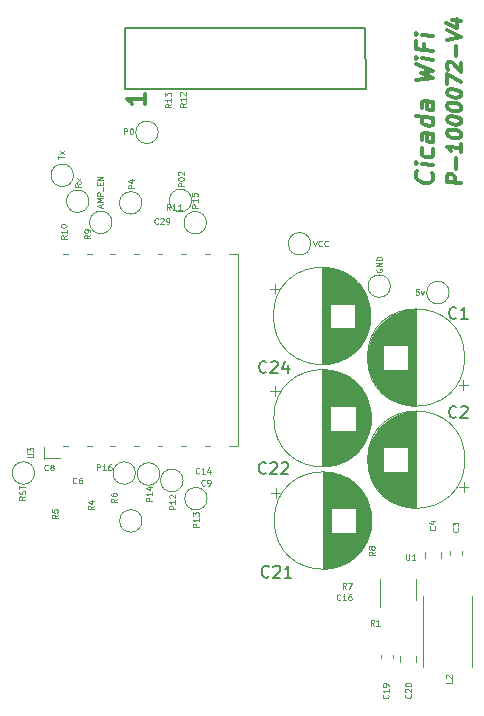
<source format=gto>
G04 #@! TF.GenerationSoftware,KiCad,Pcbnew,(5.1.10)-1*
G04 #@! TF.CreationDate,2022-01-19T13:45:55+05:30*
G04 #@! TF.ProjectId,P-1000072_Cicada Wi-Fi,502d3130-3030-4303-9732-5f4369636164,0.1*
G04 #@! TF.SameCoordinates,PX7cee6c0PY3dfd240*
G04 #@! TF.FileFunction,Legend,Top*
G04 #@! TF.FilePolarity,Positive*
%FSLAX46Y46*%
G04 Gerber Fmt 4.6, Leading zero omitted, Abs format (unit mm)*
G04 Created by KiCad (PCBNEW (5.1.10)-1) date 2022-01-19 13:45:55*
%MOMM*%
%LPD*%
G01*
G04 APERTURE LIST*
%ADD10C,0.350000*%
%ADD11C,0.300000*%
%ADD12C,0.150000*%
%ADD13C,0.120000*%
%ADD14C,0.100000*%
G04 APERTURE END LIST*
D10*
X15778254Y-9669328D02*
X15849682Y-9749685D01*
X15921111Y-9972900D01*
X15921111Y-10115757D01*
X15849682Y-10321114D01*
X15706825Y-10446114D01*
X15563968Y-10499685D01*
X15278254Y-10535400D01*
X15063968Y-10508614D01*
X14778254Y-10401471D01*
X14635397Y-10312185D01*
X14492540Y-10151471D01*
X14421111Y-9928257D01*
X14421111Y-9785400D01*
X14492540Y-9580042D01*
X14563968Y-9517542D01*
X15921111Y-9044328D02*
X14921111Y-8919328D01*
X14421111Y-8856828D02*
X14492540Y-8937185D01*
X14563968Y-8874685D01*
X14492540Y-8794328D01*
X14421111Y-8856828D01*
X14563968Y-8874685D01*
X15849682Y-7678257D02*
X15921111Y-7830042D01*
X15921111Y-8115757D01*
X15849682Y-8249685D01*
X15778254Y-8312185D01*
X15635397Y-8365757D01*
X15206825Y-8312185D01*
X15063968Y-8222900D01*
X14992540Y-8142542D01*
X14921111Y-7990757D01*
X14921111Y-7705042D01*
X14992540Y-7571114D01*
X15921111Y-6401471D02*
X15135397Y-6303257D01*
X14992540Y-6356828D01*
X14921111Y-6490757D01*
X14921111Y-6776471D01*
X14992540Y-6928257D01*
X15849682Y-6392542D02*
X15921111Y-6544328D01*
X15921111Y-6901471D01*
X15849682Y-7035400D01*
X15706825Y-7088971D01*
X15563968Y-7071114D01*
X15421111Y-6981828D01*
X15349682Y-6830042D01*
X15349682Y-6472900D01*
X15278254Y-6321114D01*
X15921111Y-5044328D02*
X14421111Y-4856828D01*
X15849682Y-5035400D02*
X15921111Y-5187185D01*
X15921111Y-5472900D01*
X15849682Y-5606828D01*
X15778254Y-5669328D01*
X15635397Y-5722900D01*
X15206825Y-5669328D01*
X15063968Y-5580042D01*
X14992540Y-5499685D01*
X14921111Y-5347900D01*
X14921111Y-5062185D01*
X14992540Y-4928257D01*
X15921111Y-3687185D02*
X15135397Y-3588971D01*
X14992540Y-3642542D01*
X14921111Y-3776471D01*
X14921111Y-4062185D01*
X14992540Y-4213971D01*
X15849682Y-3678257D02*
X15921111Y-3830042D01*
X15921111Y-4187185D01*
X15849682Y-4321114D01*
X15706825Y-4374685D01*
X15563968Y-4356828D01*
X15421111Y-4267542D01*
X15349682Y-4115757D01*
X15349682Y-3758614D01*
X15278254Y-3606828D01*
X14421111Y-1785400D02*
X15921111Y-1615757D01*
X14849682Y-1196114D01*
X15921111Y-1044328D01*
X14421111Y-499685D01*
X15921111Y-115757D02*
X14921111Y9243D01*
X14421111Y71743D02*
X14492540Y-8614D01*
X14563968Y53886D01*
X14492540Y134243D01*
X14421111Y71743D01*
X14563968Y53886D01*
X15135397Y1196743D02*
X15135397Y696743D01*
X15921111Y598529D02*
X14421111Y786029D01*
X14421111Y1500315D01*
X15921111Y1884243D02*
X14921111Y2009243D01*
X14421111Y2071743D02*
X14492540Y1991386D01*
X14563968Y2053886D01*
X14492540Y2134243D01*
X14421111Y2071743D01*
X14563968Y2053886D01*
D11*
X18282857Y-10572142D02*
X17082857Y-10422142D01*
X17082857Y-9965000D01*
X17140000Y-9857857D01*
X17197142Y-9807857D01*
X17311428Y-9765000D01*
X17482857Y-9786428D01*
X17597142Y-9857857D01*
X17654285Y-9922142D01*
X17711428Y-10043571D01*
X17711428Y-10500714D01*
X17825714Y-9315000D02*
X17825714Y-8400714D01*
X18282857Y-7257857D02*
X18282857Y-7943571D01*
X18282857Y-7600714D02*
X17082857Y-7450714D01*
X17254285Y-7586428D01*
X17368571Y-7715000D01*
X17425714Y-7836428D01*
X17082857Y-6365000D02*
X17082857Y-6250714D01*
X17140000Y-6143571D01*
X17197142Y-6093571D01*
X17311428Y-6050714D01*
X17540000Y-6022142D01*
X17825714Y-6057857D01*
X18054285Y-6143571D01*
X18168571Y-6215000D01*
X18225714Y-6279285D01*
X18282857Y-6400714D01*
X18282857Y-6515000D01*
X18225714Y-6622142D01*
X18168571Y-6672142D01*
X18054285Y-6715000D01*
X17825714Y-6743571D01*
X17540000Y-6707857D01*
X17311428Y-6622142D01*
X17197142Y-6550714D01*
X17140000Y-6486428D01*
X17082857Y-6365000D01*
X17082857Y-5222142D02*
X17082857Y-5107857D01*
X17140000Y-5000714D01*
X17197142Y-4950714D01*
X17311428Y-4907857D01*
X17540000Y-4879285D01*
X17825714Y-4915000D01*
X18054285Y-5000714D01*
X18168571Y-5072142D01*
X18225714Y-5136428D01*
X18282857Y-5257857D01*
X18282857Y-5372142D01*
X18225714Y-5479285D01*
X18168571Y-5529285D01*
X18054285Y-5572142D01*
X17825714Y-5600714D01*
X17540000Y-5565000D01*
X17311428Y-5479285D01*
X17197142Y-5407857D01*
X17140000Y-5343571D01*
X17082857Y-5222142D01*
X17082857Y-4079285D02*
X17082857Y-3965000D01*
X17140000Y-3857857D01*
X17197142Y-3807857D01*
X17311428Y-3765000D01*
X17540000Y-3736428D01*
X17825714Y-3772142D01*
X18054285Y-3857857D01*
X18168571Y-3929285D01*
X18225714Y-3993571D01*
X18282857Y-4115000D01*
X18282857Y-4229285D01*
X18225714Y-4336428D01*
X18168571Y-4386428D01*
X18054285Y-4429285D01*
X17825714Y-4457857D01*
X17540000Y-4422142D01*
X17311428Y-4336428D01*
X17197142Y-4265000D01*
X17140000Y-4200714D01*
X17082857Y-4079285D01*
X17082857Y-2936428D02*
X17082857Y-2822142D01*
X17140000Y-2715000D01*
X17197142Y-2665000D01*
X17311428Y-2622142D01*
X17540000Y-2593571D01*
X17825714Y-2629285D01*
X18054285Y-2715000D01*
X18168571Y-2786428D01*
X18225714Y-2850714D01*
X18282857Y-2972142D01*
X18282857Y-3086428D01*
X18225714Y-3193571D01*
X18168571Y-3243571D01*
X18054285Y-3286428D01*
X17825714Y-3315000D01*
X17540000Y-3279285D01*
X17311428Y-3193571D01*
X17197142Y-3122142D01*
X17140000Y-3057857D01*
X17082857Y-2936428D01*
X17082857Y-2136428D02*
X17082857Y-1336428D01*
X18282857Y-2000714D01*
X17197142Y-950714D02*
X17140000Y-886428D01*
X17082857Y-765000D01*
X17082857Y-479285D01*
X17140000Y-372142D01*
X17197142Y-322142D01*
X17311428Y-279285D01*
X17425714Y-293571D01*
X17597142Y-372142D01*
X18282857Y-1143571D01*
X18282857Y-400714D01*
X17825714Y170715D02*
X17825714Y1085000D01*
X17082857Y1577858D02*
X18282857Y1827858D01*
X17082857Y2377858D01*
X17482857Y3242143D02*
X18282857Y3142143D01*
X17025714Y3013572D02*
X17882857Y2620715D01*
X17882857Y3363572D01*
D12*
X10200000Y-2600000D02*
X-10150000Y-2600000D01*
X10150000Y2600000D02*
X10200000Y-2600000D01*
X-10150000Y2600000D02*
X10150000Y2600000D01*
X-10150000Y-2550000D02*
X-10150000Y2600000D01*
D11*
X-8531469Y-3005508D02*
X-8531469Y-3862651D01*
X-8531469Y-3434080D02*
X-10031469Y-3434080D01*
X-9817183Y-3576937D01*
X-9674326Y-3719794D01*
X-9602898Y-3862651D01*
D13*
X-15020000Y-32830000D02*
X-15420000Y-32830000D01*
X-3020000Y-16590000D02*
X-3420000Y-16590000D01*
X-9020000Y-32830000D02*
X-9420000Y-32830000D01*
X-15020000Y-16590000D02*
X-15420000Y-16590000D01*
X-7020000Y-16590000D02*
X-7420000Y-16590000D01*
X-7020000Y-32830000D02*
X-7420000Y-32830000D01*
X-3020000Y-32830000D02*
X-3420000Y-32830000D01*
X-1420000Y-16590000D02*
X-600000Y-16590000D01*
X-16704800Y-33860000D02*
X-15704800Y-33860000D01*
X-9020000Y-16590000D02*
X-9420000Y-16590000D01*
X-11020000Y-32830000D02*
X-11420000Y-32830000D01*
X-600000Y-16590000D02*
X-600000Y-32830000D01*
X-600000Y-32830000D02*
X-1420000Y-32830000D01*
X-5020000Y-16590000D02*
X-5420000Y-16590000D01*
X-11020000Y-16590000D02*
X-11420000Y-16590000D01*
X-5020000Y-32830000D02*
X-5420000Y-32830000D01*
X-13020000Y-32830000D02*
X-13420000Y-32830000D01*
X-13020000Y-16590000D02*
X-13420000Y-16590000D01*
X-17009600Y-33868480D02*
X-17009600Y-32868480D01*
X-17004520Y-33864160D02*
X-16740360Y-33864160D01*
X2520702Y-27742140D02*
X2520702Y-28542140D01*
X2120702Y-28142140D02*
X2920702Y-28142140D01*
X10611400Y-29924140D02*
X10611400Y-30990140D01*
X10571400Y-29689140D02*
X10571400Y-31225140D01*
X10531400Y-29509140D02*
X10531400Y-31405140D01*
X10491400Y-29359140D02*
X10491400Y-31555140D01*
X10451400Y-29228140D02*
X10451400Y-31686140D01*
X10411400Y-29111140D02*
X10411400Y-31803140D01*
X10371400Y-29004140D02*
X10371400Y-31910140D01*
X10331400Y-28905140D02*
X10331400Y-32009140D01*
X10291400Y-28812140D02*
X10291400Y-32102140D01*
X10251400Y-28726140D02*
X10251400Y-32188140D01*
X10211400Y-28644140D02*
X10211400Y-32270140D01*
X10171400Y-28567140D02*
X10171400Y-32347140D01*
X10131400Y-28493140D02*
X10131400Y-32421140D01*
X10091400Y-28423140D02*
X10091400Y-32491140D01*
X10051400Y-28355140D02*
X10051400Y-32559140D01*
X10011400Y-28291140D02*
X10011400Y-32623140D01*
X9971400Y-28229140D02*
X9971400Y-32685140D01*
X9931400Y-28170140D02*
X9931400Y-32744140D01*
X9891400Y-28112140D02*
X9891400Y-32802140D01*
X9851400Y-28057140D02*
X9851400Y-32857140D01*
X9811400Y-28003140D02*
X9811400Y-32911140D01*
X9771400Y-27952140D02*
X9771400Y-32962140D01*
X9731400Y-27901140D02*
X9731400Y-33013140D01*
X9691400Y-27853140D02*
X9691400Y-33061140D01*
X9651400Y-27806140D02*
X9651400Y-33108140D01*
X9611400Y-27760140D02*
X9611400Y-33154140D01*
X9571400Y-27716140D02*
X9571400Y-33198140D01*
X9531400Y-27673140D02*
X9531400Y-33241140D01*
X9491400Y-27631140D02*
X9491400Y-33283140D01*
X9451400Y-27590140D02*
X9451400Y-33324140D01*
X9411400Y-27550140D02*
X9411400Y-33364140D01*
X9371400Y-27512140D02*
X9371400Y-33402140D01*
X9331400Y-27474140D02*
X9331400Y-33440140D01*
X9291400Y-31497140D02*
X9291400Y-33476140D01*
X9291400Y-27438140D02*
X9291400Y-29417140D01*
X9251400Y-31497140D02*
X9251400Y-33512140D01*
X9251400Y-27402140D02*
X9251400Y-29417140D01*
X9211400Y-31497140D02*
X9211400Y-33547140D01*
X9211400Y-27367140D02*
X9211400Y-29417140D01*
X9171400Y-31497140D02*
X9171400Y-33581140D01*
X9171400Y-27333140D02*
X9171400Y-29417140D01*
X9131400Y-31497140D02*
X9131400Y-33613140D01*
X9131400Y-27301140D02*
X9131400Y-29417140D01*
X9091400Y-31497140D02*
X9091400Y-33646140D01*
X9091400Y-27268140D02*
X9091400Y-29417140D01*
X9051400Y-31497140D02*
X9051400Y-33677140D01*
X9051400Y-27237140D02*
X9051400Y-29417140D01*
X9011400Y-31497140D02*
X9011400Y-33707140D01*
X9011400Y-27207140D02*
X9011400Y-29417140D01*
X8971400Y-31497140D02*
X8971400Y-33737140D01*
X8971400Y-27177140D02*
X8971400Y-29417140D01*
X8931400Y-31497140D02*
X8931400Y-33766140D01*
X8931400Y-27148140D02*
X8931400Y-29417140D01*
X8891400Y-31497140D02*
X8891400Y-33795140D01*
X8891400Y-27119140D02*
X8891400Y-29417140D01*
X8851400Y-31497140D02*
X8851400Y-33822140D01*
X8851400Y-27092140D02*
X8851400Y-29417140D01*
X8811400Y-31497140D02*
X8811400Y-33849140D01*
X8811400Y-27065140D02*
X8811400Y-29417140D01*
X8771400Y-31497140D02*
X8771400Y-33875140D01*
X8771400Y-27039140D02*
X8771400Y-29417140D01*
X8731400Y-31497140D02*
X8731400Y-33901140D01*
X8731400Y-27013140D02*
X8731400Y-29417140D01*
X8691400Y-31497140D02*
X8691400Y-33926140D01*
X8691400Y-26988140D02*
X8691400Y-29417140D01*
X8651400Y-31497140D02*
X8651400Y-33950140D01*
X8651400Y-26964140D02*
X8651400Y-29417140D01*
X8611400Y-31497140D02*
X8611400Y-33974140D01*
X8611400Y-26940140D02*
X8611400Y-29417140D01*
X8571400Y-31497140D02*
X8571400Y-33997140D01*
X8571400Y-26917140D02*
X8571400Y-29417140D01*
X8531400Y-31497140D02*
X8531400Y-34019140D01*
X8531400Y-26895140D02*
X8531400Y-29417140D01*
X8491400Y-31497140D02*
X8491400Y-34041140D01*
X8491400Y-26873140D02*
X8491400Y-29417140D01*
X8451400Y-31497140D02*
X8451400Y-34063140D01*
X8451400Y-26851140D02*
X8451400Y-29417140D01*
X8411400Y-31497140D02*
X8411400Y-34084140D01*
X8411400Y-26830140D02*
X8411400Y-29417140D01*
X8371400Y-31497140D02*
X8371400Y-34104140D01*
X8371400Y-26810140D02*
X8371400Y-29417140D01*
X8331400Y-31497140D02*
X8331400Y-34123140D01*
X8331400Y-26791140D02*
X8331400Y-29417140D01*
X8291400Y-31497140D02*
X8291400Y-34143140D01*
X8291400Y-26771140D02*
X8291400Y-29417140D01*
X8251400Y-31497140D02*
X8251400Y-34161140D01*
X8251400Y-26753140D02*
X8251400Y-29417140D01*
X8211400Y-31497140D02*
X8211400Y-34179140D01*
X8211400Y-26735140D02*
X8211400Y-29417140D01*
X8171400Y-31497140D02*
X8171400Y-34197140D01*
X8171400Y-26717140D02*
X8171400Y-29417140D01*
X8131400Y-31497140D02*
X8131400Y-34214140D01*
X8131400Y-26700140D02*
X8131400Y-29417140D01*
X8091400Y-31497140D02*
X8091400Y-34231140D01*
X8091400Y-26683140D02*
X8091400Y-29417140D01*
X8051400Y-31497140D02*
X8051400Y-34247140D01*
X8051400Y-26667140D02*
X8051400Y-29417140D01*
X8011400Y-31497140D02*
X8011400Y-34262140D01*
X8011400Y-26652140D02*
X8011400Y-29417140D01*
X7971400Y-31497140D02*
X7971400Y-34278140D01*
X7971400Y-26636140D02*
X7971400Y-29417140D01*
X7931400Y-31497140D02*
X7931400Y-34292140D01*
X7931400Y-26622140D02*
X7931400Y-29417140D01*
X7891400Y-31497140D02*
X7891400Y-34307140D01*
X7891400Y-26607140D02*
X7891400Y-29417140D01*
X7851400Y-31497140D02*
X7851400Y-34320140D01*
X7851400Y-26594140D02*
X7851400Y-29417140D01*
X7811400Y-31497140D02*
X7811400Y-34334140D01*
X7811400Y-26580140D02*
X7811400Y-29417140D01*
X7771400Y-31497140D02*
X7771400Y-34346140D01*
X7771400Y-26568140D02*
X7771400Y-29417140D01*
X7731400Y-31497140D02*
X7731400Y-34359140D01*
X7731400Y-26555140D02*
X7731400Y-29417140D01*
X7691400Y-31497140D02*
X7691400Y-34371140D01*
X7691400Y-26543140D02*
X7691400Y-29417140D01*
X7651400Y-31497140D02*
X7651400Y-34382140D01*
X7651400Y-26532140D02*
X7651400Y-29417140D01*
X7611400Y-31497140D02*
X7611400Y-34393140D01*
X7611400Y-26521140D02*
X7611400Y-29417140D01*
X7571400Y-31497140D02*
X7571400Y-34404140D01*
X7571400Y-26510140D02*
X7571400Y-29417140D01*
X7531400Y-31497140D02*
X7531400Y-34414140D01*
X7531400Y-26500140D02*
X7531400Y-29417140D01*
X7491400Y-31497140D02*
X7491400Y-34424140D01*
X7491400Y-26490140D02*
X7491400Y-29417140D01*
X7451400Y-31497140D02*
X7451400Y-34433140D01*
X7451400Y-26481140D02*
X7451400Y-29417140D01*
X7411400Y-31497140D02*
X7411400Y-34442140D01*
X7411400Y-26472140D02*
X7411400Y-29417140D01*
X7371400Y-31497140D02*
X7371400Y-34451140D01*
X7371400Y-26463140D02*
X7371400Y-29417140D01*
X7331400Y-31497140D02*
X7331400Y-34459140D01*
X7331400Y-26455140D02*
X7331400Y-29417140D01*
X7291400Y-31497140D02*
X7291400Y-34467140D01*
X7291400Y-26447140D02*
X7291400Y-29417140D01*
X7251400Y-31497140D02*
X7251400Y-34474140D01*
X7251400Y-26440140D02*
X7251400Y-29417140D01*
X7210400Y-26433140D02*
X7210400Y-34481140D01*
X7170400Y-26427140D02*
X7170400Y-34487140D01*
X7130400Y-26420140D02*
X7130400Y-34494140D01*
X7090400Y-26415140D02*
X7090400Y-34499140D01*
X7050400Y-26409140D02*
X7050400Y-34505140D01*
X7010400Y-26405140D02*
X7010400Y-34509140D01*
X6970400Y-26400140D02*
X6970400Y-34514140D01*
X6930400Y-26396140D02*
X6930400Y-34518140D01*
X6890400Y-26392140D02*
X6890400Y-34522140D01*
X6850400Y-26389140D02*
X6850400Y-34525140D01*
X6810400Y-26386140D02*
X6810400Y-34528140D01*
X6770400Y-26383140D02*
X6770400Y-34531140D01*
X6730400Y-26381140D02*
X6730400Y-34533140D01*
X6690400Y-26380140D02*
X6690400Y-34534140D01*
X6650400Y-26378140D02*
X6650400Y-34536140D01*
X6610400Y-26377140D02*
X6610400Y-34537140D01*
X6570400Y-26377140D02*
X6570400Y-34537140D01*
X6530400Y-26377140D02*
X6530400Y-34537140D01*
X10650400Y-30457140D02*
G75*
G03*
X10650400Y-30457140I-4120000J0D01*
G01*
X2480062Y-19083280D02*
X2480062Y-19883280D01*
X2080062Y-19483280D02*
X2880062Y-19483280D01*
X10570760Y-21265280D02*
X10570760Y-22331280D01*
X10530760Y-21030280D02*
X10530760Y-22566280D01*
X10490760Y-20850280D02*
X10490760Y-22746280D01*
X10450760Y-20700280D02*
X10450760Y-22896280D01*
X10410760Y-20569280D02*
X10410760Y-23027280D01*
X10370760Y-20452280D02*
X10370760Y-23144280D01*
X10330760Y-20345280D02*
X10330760Y-23251280D01*
X10290760Y-20246280D02*
X10290760Y-23350280D01*
X10250760Y-20153280D02*
X10250760Y-23443280D01*
X10210760Y-20067280D02*
X10210760Y-23529280D01*
X10170760Y-19985280D02*
X10170760Y-23611280D01*
X10130760Y-19908280D02*
X10130760Y-23688280D01*
X10090760Y-19834280D02*
X10090760Y-23762280D01*
X10050760Y-19764280D02*
X10050760Y-23832280D01*
X10010760Y-19696280D02*
X10010760Y-23900280D01*
X9970760Y-19632280D02*
X9970760Y-23964280D01*
X9930760Y-19570280D02*
X9930760Y-24026280D01*
X9890760Y-19511280D02*
X9890760Y-24085280D01*
X9850760Y-19453280D02*
X9850760Y-24143280D01*
X9810760Y-19398280D02*
X9810760Y-24198280D01*
X9770760Y-19344280D02*
X9770760Y-24252280D01*
X9730760Y-19293280D02*
X9730760Y-24303280D01*
X9690760Y-19242280D02*
X9690760Y-24354280D01*
X9650760Y-19194280D02*
X9650760Y-24402280D01*
X9610760Y-19147280D02*
X9610760Y-24449280D01*
X9570760Y-19101280D02*
X9570760Y-24495280D01*
X9530760Y-19057280D02*
X9530760Y-24539280D01*
X9490760Y-19014280D02*
X9490760Y-24582280D01*
X9450760Y-18972280D02*
X9450760Y-24624280D01*
X9410760Y-18931280D02*
X9410760Y-24665280D01*
X9370760Y-18891280D02*
X9370760Y-24705280D01*
X9330760Y-18853280D02*
X9330760Y-24743280D01*
X9290760Y-18815280D02*
X9290760Y-24781280D01*
X9250760Y-22838280D02*
X9250760Y-24817280D01*
X9250760Y-18779280D02*
X9250760Y-20758280D01*
X9210760Y-22838280D02*
X9210760Y-24853280D01*
X9210760Y-18743280D02*
X9210760Y-20758280D01*
X9170760Y-22838280D02*
X9170760Y-24888280D01*
X9170760Y-18708280D02*
X9170760Y-20758280D01*
X9130760Y-22838280D02*
X9130760Y-24922280D01*
X9130760Y-18674280D02*
X9130760Y-20758280D01*
X9090760Y-22838280D02*
X9090760Y-24954280D01*
X9090760Y-18642280D02*
X9090760Y-20758280D01*
X9050760Y-22838280D02*
X9050760Y-24987280D01*
X9050760Y-18609280D02*
X9050760Y-20758280D01*
X9010760Y-22838280D02*
X9010760Y-25018280D01*
X9010760Y-18578280D02*
X9010760Y-20758280D01*
X8970760Y-22838280D02*
X8970760Y-25048280D01*
X8970760Y-18548280D02*
X8970760Y-20758280D01*
X8930760Y-22838280D02*
X8930760Y-25078280D01*
X8930760Y-18518280D02*
X8930760Y-20758280D01*
X8890760Y-22838280D02*
X8890760Y-25107280D01*
X8890760Y-18489280D02*
X8890760Y-20758280D01*
X8850760Y-22838280D02*
X8850760Y-25136280D01*
X8850760Y-18460280D02*
X8850760Y-20758280D01*
X8810760Y-22838280D02*
X8810760Y-25163280D01*
X8810760Y-18433280D02*
X8810760Y-20758280D01*
X8770760Y-22838280D02*
X8770760Y-25190280D01*
X8770760Y-18406280D02*
X8770760Y-20758280D01*
X8730760Y-22838280D02*
X8730760Y-25216280D01*
X8730760Y-18380280D02*
X8730760Y-20758280D01*
X8690760Y-22838280D02*
X8690760Y-25242280D01*
X8690760Y-18354280D02*
X8690760Y-20758280D01*
X8650760Y-22838280D02*
X8650760Y-25267280D01*
X8650760Y-18329280D02*
X8650760Y-20758280D01*
X8610760Y-22838280D02*
X8610760Y-25291280D01*
X8610760Y-18305280D02*
X8610760Y-20758280D01*
X8570760Y-22838280D02*
X8570760Y-25315280D01*
X8570760Y-18281280D02*
X8570760Y-20758280D01*
X8530760Y-22838280D02*
X8530760Y-25338280D01*
X8530760Y-18258280D02*
X8530760Y-20758280D01*
X8490760Y-22838280D02*
X8490760Y-25360280D01*
X8490760Y-18236280D02*
X8490760Y-20758280D01*
X8450760Y-22838280D02*
X8450760Y-25382280D01*
X8450760Y-18214280D02*
X8450760Y-20758280D01*
X8410760Y-22838280D02*
X8410760Y-25404280D01*
X8410760Y-18192280D02*
X8410760Y-20758280D01*
X8370760Y-22838280D02*
X8370760Y-25425280D01*
X8370760Y-18171280D02*
X8370760Y-20758280D01*
X8330760Y-22838280D02*
X8330760Y-25445280D01*
X8330760Y-18151280D02*
X8330760Y-20758280D01*
X8290760Y-22838280D02*
X8290760Y-25464280D01*
X8290760Y-18132280D02*
X8290760Y-20758280D01*
X8250760Y-22838280D02*
X8250760Y-25484280D01*
X8250760Y-18112280D02*
X8250760Y-20758280D01*
X8210760Y-22838280D02*
X8210760Y-25502280D01*
X8210760Y-18094280D02*
X8210760Y-20758280D01*
X8170760Y-22838280D02*
X8170760Y-25520280D01*
X8170760Y-18076280D02*
X8170760Y-20758280D01*
X8130760Y-22838280D02*
X8130760Y-25538280D01*
X8130760Y-18058280D02*
X8130760Y-20758280D01*
X8090760Y-22838280D02*
X8090760Y-25555280D01*
X8090760Y-18041280D02*
X8090760Y-20758280D01*
X8050760Y-22838280D02*
X8050760Y-25572280D01*
X8050760Y-18024280D02*
X8050760Y-20758280D01*
X8010760Y-22838280D02*
X8010760Y-25588280D01*
X8010760Y-18008280D02*
X8010760Y-20758280D01*
X7970760Y-22838280D02*
X7970760Y-25603280D01*
X7970760Y-17993280D02*
X7970760Y-20758280D01*
X7930760Y-22838280D02*
X7930760Y-25619280D01*
X7930760Y-17977280D02*
X7930760Y-20758280D01*
X7890760Y-22838280D02*
X7890760Y-25633280D01*
X7890760Y-17963280D02*
X7890760Y-20758280D01*
X7850760Y-22838280D02*
X7850760Y-25648280D01*
X7850760Y-17948280D02*
X7850760Y-20758280D01*
X7810760Y-22838280D02*
X7810760Y-25661280D01*
X7810760Y-17935280D02*
X7810760Y-20758280D01*
X7770760Y-22838280D02*
X7770760Y-25675280D01*
X7770760Y-17921280D02*
X7770760Y-20758280D01*
X7730760Y-22838280D02*
X7730760Y-25687280D01*
X7730760Y-17909280D02*
X7730760Y-20758280D01*
X7690760Y-22838280D02*
X7690760Y-25700280D01*
X7690760Y-17896280D02*
X7690760Y-20758280D01*
X7650760Y-22838280D02*
X7650760Y-25712280D01*
X7650760Y-17884280D02*
X7650760Y-20758280D01*
X7610760Y-22838280D02*
X7610760Y-25723280D01*
X7610760Y-17873280D02*
X7610760Y-20758280D01*
X7570760Y-22838280D02*
X7570760Y-25734280D01*
X7570760Y-17862280D02*
X7570760Y-20758280D01*
X7530760Y-22838280D02*
X7530760Y-25745280D01*
X7530760Y-17851280D02*
X7530760Y-20758280D01*
X7490760Y-22838280D02*
X7490760Y-25755280D01*
X7490760Y-17841280D02*
X7490760Y-20758280D01*
X7450760Y-22838280D02*
X7450760Y-25765280D01*
X7450760Y-17831280D02*
X7450760Y-20758280D01*
X7410760Y-22838280D02*
X7410760Y-25774280D01*
X7410760Y-17822280D02*
X7410760Y-20758280D01*
X7370760Y-22838280D02*
X7370760Y-25783280D01*
X7370760Y-17813280D02*
X7370760Y-20758280D01*
X7330760Y-22838280D02*
X7330760Y-25792280D01*
X7330760Y-17804280D02*
X7330760Y-20758280D01*
X7290760Y-22838280D02*
X7290760Y-25800280D01*
X7290760Y-17796280D02*
X7290760Y-20758280D01*
X7250760Y-22838280D02*
X7250760Y-25808280D01*
X7250760Y-17788280D02*
X7250760Y-20758280D01*
X7210760Y-22838280D02*
X7210760Y-25815280D01*
X7210760Y-17781280D02*
X7210760Y-20758280D01*
X7169760Y-17774280D02*
X7169760Y-25822280D01*
X7129760Y-17768280D02*
X7129760Y-25828280D01*
X7089760Y-17761280D02*
X7089760Y-25835280D01*
X7049760Y-17756280D02*
X7049760Y-25840280D01*
X7009760Y-17750280D02*
X7009760Y-25846280D01*
X6969760Y-17746280D02*
X6969760Y-25850280D01*
X6929760Y-17741280D02*
X6929760Y-25855280D01*
X6889760Y-17737280D02*
X6889760Y-25859280D01*
X6849760Y-17733280D02*
X6849760Y-25863280D01*
X6809760Y-17730280D02*
X6809760Y-25866280D01*
X6769760Y-17727280D02*
X6769760Y-25869280D01*
X6729760Y-17724280D02*
X6729760Y-25872280D01*
X6689760Y-17722280D02*
X6689760Y-25874280D01*
X6649760Y-17721280D02*
X6649760Y-25875280D01*
X6609760Y-17719280D02*
X6609760Y-25877280D01*
X6569760Y-17718280D02*
X6569760Y-25878280D01*
X6529760Y-17718280D02*
X6529760Y-25878280D01*
X6489760Y-17718280D02*
X6489760Y-25878280D01*
X10609760Y-21798280D02*
G75*
G03*
X10609760Y-21798280I-4120000J0D01*
G01*
X12283480Y-19273520D02*
G75*
G03*
X12283480Y-19273520I-950000J0D01*
G01*
X18572540Y-25318720D02*
G75*
G03*
X18572540Y-25318720I-4120000J0D01*
G01*
X14452540Y-29398720D02*
X14452540Y-21238720D01*
X14412540Y-29398720D02*
X14412540Y-21238720D01*
X14372540Y-29398720D02*
X14372540Y-21238720D01*
X14332540Y-29397720D02*
X14332540Y-21239720D01*
X14292540Y-29395720D02*
X14292540Y-21241720D01*
X14252540Y-29394720D02*
X14252540Y-21242720D01*
X14212540Y-29392720D02*
X14212540Y-21244720D01*
X14172540Y-29389720D02*
X14172540Y-21247720D01*
X14132540Y-29386720D02*
X14132540Y-21250720D01*
X14092540Y-29383720D02*
X14092540Y-21253720D01*
X14052540Y-29379720D02*
X14052540Y-21257720D01*
X14012540Y-29375720D02*
X14012540Y-21261720D01*
X13972540Y-29370720D02*
X13972540Y-21266720D01*
X13932540Y-29366720D02*
X13932540Y-21270720D01*
X13892540Y-29360720D02*
X13892540Y-21276720D01*
X13852540Y-29355720D02*
X13852540Y-21281720D01*
X13812540Y-29348720D02*
X13812540Y-21288720D01*
X13772540Y-29342720D02*
X13772540Y-21294720D01*
X13731540Y-29335720D02*
X13731540Y-26358720D01*
X13731540Y-24278720D02*
X13731540Y-21301720D01*
X13691540Y-29328720D02*
X13691540Y-26358720D01*
X13691540Y-24278720D02*
X13691540Y-21308720D01*
X13651540Y-29320720D02*
X13651540Y-26358720D01*
X13651540Y-24278720D02*
X13651540Y-21316720D01*
X13611540Y-29312720D02*
X13611540Y-26358720D01*
X13611540Y-24278720D02*
X13611540Y-21324720D01*
X13571540Y-29303720D02*
X13571540Y-26358720D01*
X13571540Y-24278720D02*
X13571540Y-21333720D01*
X13531540Y-29294720D02*
X13531540Y-26358720D01*
X13531540Y-24278720D02*
X13531540Y-21342720D01*
X13491540Y-29285720D02*
X13491540Y-26358720D01*
X13491540Y-24278720D02*
X13491540Y-21351720D01*
X13451540Y-29275720D02*
X13451540Y-26358720D01*
X13451540Y-24278720D02*
X13451540Y-21361720D01*
X13411540Y-29265720D02*
X13411540Y-26358720D01*
X13411540Y-24278720D02*
X13411540Y-21371720D01*
X13371540Y-29254720D02*
X13371540Y-26358720D01*
X13371540Y-24278720D02*
X13371540Y-21382720D01*
X13331540Y-29243720D02*
X13331540Y-26358720D01*
X13331540Y-24278720D02*
X13331540Y-21393720D01*
X13291540Y-29232720D02*
X13291540Y-26358720D01*
X13291540Y-24278720D02*
X13291540Y-21404720D01*
X13251540Y-29220720D02*
X13251540Y-26358720D01*
X13251540Y-24278720D02*
X13251540Y-21416720D01*
X13211540Y-29207720D02*
X13211540Y-26358720D01*
X13211540Y-24278720D02*
X13211540Y-21429720D01*
X13171540Y-29195720D02*
X13171540Y-26358720D01*
X13171540Y-24278720D02*
X13171540Y-21441720D01*
X13131540Y-29181720D02*
X13131540Y-26358720D01*
X13131540Y-24278720D02*
X13131540Y-21455720D01*
X13091540Y-29168720D02*
X13091540Y-26358720D01*
X13091540Y-24278720D02*
X13091540Y-21468720D01*
X13051540Y-29153720D02*
X13051540Y-26358720D01*
X13051540Y-24278720D02*
X13051540Y-21483720D01*
X13011540Y-29139720D02*
X13011540Y-26358720D01*
X13011540Y-24278720D02*
X13011540Y-21497720D01*
X12971540Y-29123720D02*
X12971540Y-26358720D01*
X12971540Y-24278720D02*
X12971540Y-21513720D01*
X12931540Y-29108720D02*
X12931540Y-26358720D01*
X12931540Y-24278720D02*
X12931540Y-21528720D01*
X12891540Y-29092720D02*
X12891540Y-26358720D01*
X12891540Y-24278720D02*
X12891540Y-21544720D01*
X12851540Y-29075720D02*
X12851540Y-26358720D01*
X12851540Y-24278720D02*
X12851540Y-21561720D01*
X12811540Y-29058720D02*
X12811540Y-26358720D01*
X12811540Y-24278720D02*
X12811540Y-21578720D01*
X12771540Y-29040720D02*
X12771540Y-26358720D01*
X12771540Y-24278720D02*
X12771540Y-21596720D01*
X12731540Y-29022720D02*
X12731540Y-26358720D01*
X12731540Y-24278720D02*
X12731540Y-21614720D01*
X12691540Y-29004720D02*
X12691540Y-26358720D01*
X12691540Y-24278720D02*
X12691540Y-21632720D01*
X12651540Y-28984720D02*
X12651540Y-26358720D01*
X12651540Y-24278720D02*
X12651540Y-21652720D01*
X12611540Y-28965720D02*
X12611540Y-26358720D01*
X12611540Y-24278720D02*
X12611540Y-21671720D01*
X12571540Y-28945720D02*
X12571540Y-26358720D01*
X12571540Y-24278720D02*
X12571540Y-21691720D01*
X12531540Y-28924720D02*
X12531540Y-26358720D01*
X12531540Y-24278720D02*
X12531540Y-21712720D01*
X12491540Y-28902720D02*
X12491540Y-26358720D01*
X12491540Y-24278720D02*
X12491540Y-21734720D01*
X12451540Y-28880720D02*
X12451540Y-26358720D01*
X12451540Y-24278720D02*
X12451540Y-21756720D01*
X12411540Y-28858720D02*
X12411540Y-26358720D01*
X12411540Y-24278720D02*
X12411540Y-21778720D01*
X12371540Y-28835720D02*
X12371540Y-26358720D01*
X12371540Y-24278720D02*
X12371540Y-21801720D01*
X12331540Y-28811720D02*
X12331540Y-26358720D01*
X12331540Y-24278720D02*
X12331540Y-21825720D01*
X12291540Y-28787720D02*
X12291540Y-26358720D01*
X12291540Y-24278720D02*
X12291540Y-21849720D01*
X12251540Y-28762720D02*
X12251540Y-26358720D01*
X12251540Y-24278720D02*
X12251540Y-21874720D01*
X12211540Y-28736720D02*
X12211540Y-26358720D01*
X12211540Y-24278720D02*
X12211540Y-21900720D01*
X12171540Y-28710720D02*
X12171540Y-26358720D01*
X12171540Y-24278720D02*
X12171540Y-21926720D01*
X12131540Y-28683720D02*
X12131540Y-26358720D01*
X12131540Y-24278720D02*
X12131540Y-21953720D01*
X12091540Y-28656720D02*
X12091540Y-26358720D01*
X12091540Y-24278720D02*
X12091540Y-21980720D01*
X12051540Y-28627720D02*
X12051540Y-26358720D01*
X12051540Y-24278720D02*
X12051540Y-22009720D01*
X12011540Y-28598720D02*
X12011540Y-26358720D01*
X12011540Y-24278720D02*
X12011540Y-22038720D01*
X11971540Y-28568720D02*
X11971540Y-26358720D01*
X11971540Y-24278720D02*
X11971540Y-22068720D01*
X11931540Y-28538720D02*
X11931540Y-26358720D01*
X11931540Y-24278720D02*
X11931540Y-22098720D01*
X11891540Y-28507720D02*
X11891540Y-26358720D01*
X11891540Y-24278720D02*
X11891540Y-22129720D01*
X11851540Y-28474720D02*
X11851540Y-26358720D01*
X11851540Y-24278720D02*
X11851540Y-22162720D01*
X11811540Y-28442720D02*
X11811540Y-26358720D01*
X11811540Y-24278720D02*
X11811540Y-22194720D01*
X11771540Y-28408720D02*
X11771540Y-26358720D01*
X11771540Y-24278720D02*
X11771540Y-22228720D01*
X11731540Y-28373720D02*
X11731540Y-26358720D01*
X11731540Y-24278720D02*
X11731540Y-22263720D01*
X11691540Y-28337720D02*
X11691540Y-26358720D01*
X11691540Y-24278720D02*
X11691540Y-22299720D01*
X11651540Y-28301720D02*
X11651540Y-22335720D01*
X11611540Y-28263720D02*
X11611540Y-22373720D01*
X11571540Y-28225720D02*
X11571540Y-22411720D01*
X11531540Y-28185720D02*
X11531540Y-22451720D01*
X11491540Y-28144720D02*
X11491540Y-22492720D01*
X11451540Y-28102720D02*
X11451540Y-22534720D01*
X11411540Y-28059720D02*
X11411540Y-22577720D01*
X11371540Y-28015720D02*
X11371540Y-22621720D01*
X11331540Y-27969720D02*
X11331540Y-22667720D01*
X11291540Y-27922720D02*
X11291540Y-22714720D01*
X11251540Y-27874720D02*
X11251540Y-22762720D01*
X11211540Y-27823720D02*
X11211540Y-22813720D01*
X11171540Y-27772720D02*
X11171540Y-22864720D01*
X11131540Y-27718720D02*
X11131540Y-22918720D01*
X11091540Y-27663720D02*
X11091540Y-22973720D01*
X11051540Y-27605720D02*
X11051540Y-23031720D01*
X11011540Y-27546720D02*
X11011540Y-23090720D01*
X10971540Y-27484720D02*
X10971540Y-23152720D01*
X10931540Y-27420720D02*
X10931540Y-23216720D01*
X10891540Y-27352720D02*
X10891540Y-23284720D01*
X10851540Y-27282720D02*
X10851540Y-23354720D01*
X10811540Y-27208720D02*
X10811540Y-23428720D01*
X10771540Y-27131720D02*
X10771540Y-23505720D01*
X10731540Y-27049720D02*
X10731540Y-23587720D01*
X10691540Y-26963720D02*
X10691540Y-23673720D01*
X10651540Y-26870720D02*
X10651540Y-23766720D01*
X10611540Y-26771720D02*
X10611540Y-23865720D01*
X10571540Y-26664720D02*
X10571540Y-23972720D01*
X10531540Y-26547720D02*
X10531540Y-24089720D01*
X10491540Y-26416720D02*
X10491540Y-24220720D01*
X10451540Y-26266720D02*
X10451540Y-24370720D01*
X10411540Y-26086720D02*
X10411540Y-24550720D01*
X10371540Y-25851720D02*
X10371540Y-24785720D01*
X18862238Y-27633720D02*
X18062238Y-27633720D01*
X18462238Y-28033720D02*
X18462238Y-27233720D01*
X18482558Y-36677340D02*
X18482558Y-35877340D01*
X18882558Y-36277340D02*
X18082558Y-36277340D01*
X10391860Y-34495340D02*
X10391860Y-33429340D01*
X10431860Y-34730340D02*
X10431860Y-33194340D01*
X10471860Y-34910340D02*
X10471860Y-33014340D01*
X10511860Y-35060340D02*
X10511860Y-32864340D01*
X10551860Y-35191340D02*
X10551860Y-32733340D01*
X10591860Y-35308340D02*
X10591860Y-32616340D01*
X10631860Y-35415340D02*
X10631860Y-32509340D01*
X10671860Y-35514340D02*
X10671860Y-32410340D01*
X10711860Y-35607340D02*
X10711860Y-32317340D01*
X10751860Y-35693340D02*
X10751860Y-32231340D01*
X10791860Y-35775340D02*
X10791860Y-32149340D01*
X10831860Y-35852340D02*
X10831860Y-32072340D01*
X10871860Y-35926340D02*
X10871860Y-31998340D01*
X10911860Y-35996340D02*
X10911860Y-31928340D01*
X10951860Y-36064340D02*
X10951860Y-31860340D01*
X10991860Y-36128340D02*
X10991860Y-31796340D01*
X11031860Y-36190340D02*
X11031860Y-31734340D01*
X11071860Y-36249340D02*
X11071860Y-31675340D01*
X11111860Y-36307340D02*
X11111860Y-31617340D01*
X11151860Y-36362340D02*
X11151860Y-31562340D01*
X11191860Y-36416340D02*
X11191860Y-31508340D01*
X11231860Y-36467340D02*
X11231860Y-31457340D01*
X11271860Y-36518340D02*
X11271860Y-31406340D01*
X11311860Y-36566340D02*
X11311860Y-31358340D01*
X11351860Y-36613340D02*
X11351860Y-31311340D01*
X11391860Y-36659340D02*
X11391860Y-31265340D01*
X11431860Y-36703340D02*
X11431860Y-31221340D01*
X11471860Y-36746340D02*
X11471860Y-31178340D01*
X11511860Y-36788340D02*
X11511860Y-31136340D01*
X11551860Y-36829340D02*
X11551860Y-31095340D01*
X11591860Y-36869340D02*
X11591860Y-31055340D01*
X11631860Y-36907340D02*
X11631860Y-31017340D01*
X11671860Y-36945340D02*
X11671860Y-30979340D01*
X11711860Y-32922340D02*
X11711860Y-30943340D01*
X11711860Y-36981340D02*
X11711860Y-35002340D01*
X11751860Y-32922340D02*
X11751860Y-30907340D01*
X11751860Y-37017340D02*
X11751860Y-35002340D01*
X11791860Y-32922340D02*
X11791860Y-30872340D01*
X11791860Y-37052340D02*
X11791860Y-35002340D01*
X11831860Y-32922340D02*
X11831860Y-30838340D01*
X11831860Y-37086340D02*
X11831860Y-35002340D01*
X11871860Y-32922340D02*
X11871860Y-30806340D01*
X11871860Y-37118340D02*
X11871860Y-35002340D01*
X11911860Y-32922340D02*
X11911860Y-30773340D01*
X11911860Y-37151340D02*
X11911860Y-35002340D01*
X11951860Y-32922340D02*
X11951860Y-30742340D01*
X11951860Y-37182340D02*
X11951860Y-35002340D01*
X11991860Y-32922340D02*
X11991860Y-30712340D01*
X11991860Y-37212340D02*
X11991860Y-35002340D01*
X12031860Y-32922340D02*
X12031860Y-30682340D01*
X12031860Y-37242340D02*
X12031860Y-35002340D01*
X12071860Y-32922340D02*
X12071860Y-30653340D01*
X12071860Y-37271340D02*
X12071860Y-35002340D01*
X12111860Y-32922340D02*
X12111860Y-30624340D01*
X12111860Y-37300340D02*
X12111860Y-35002340D01*
X12151860Y-32922340D02*
X12151860Y-30597340D01*
X12151860Y-37327340D02*
X12151860Y-35002340D01*
X12191860Y-32922340D02*
X12191860Y-30570340D01*
X12191860Y-37354340D02*
X12191860Y-35002340D01*
X12231860Y-32922340D02*
X12231860Y-30544340D01*
X12231860Y-37380340D02*
X12231860Y-35002340D01*
X12271860Y-32922340D02*
X12271860Y-30518340D01*
X12271860Y-37406340D02*
X12271860Y-35002340D01*
X12311860Y-32922340D02*
X12311860Y-30493340D01*
X12311860Y-37431340D02*
X12311860Y-35002340D01*
X12351860Y-32922340D02*
X12351860Y-30469340D01*
X12351860Y-37455340D02*
X12351860Y-35002340D01*
X12391860Y-32922340D02*
X12391860Y-30445340D01*
X12391860Y-37479340D02*
X12391860Y-35002340D01*
X12431860Y-32922340D02*
X12431860Y-30422340D01*
X12431860Y-37502340D02*
X12431860Y-35002340D01*
X12471860Y-32922340D02*
X12471860Y-30400340D01*
X12471860Y-37524340D02*
X12471860Y-35002340D01*
X12511860Y-32922340D02*
X12511860Y-30378340D01*
X12511860Y-37546340D02*
X12511860Y-35002340D01*
X12551860Y-32922340D02*
X12551860Y-30356340D01*
X12551860Y-37568340D02*
X12551860Y-35002340D01*
X12591860Y-32922340D02*
X12591860Y-30335340D01*
X12591860Y-37589340D02*
X12591860Y-35002340D01*
X12631860Y-32922340D02*
X12631860Y-30315340D01*
X12631860Y-37609340D02*
X12631860Y-35002340D01*
X12671860Y-32922340D02*
X12671860Y-30296340D01*
X12671860Y-37628340D02*
X12671860Y-35002340D01*
X12711860Y-32922340D02*
X12711860Y-30276340D01*
X12711860Y-37648340D02*
X12711860Y-35002340D01*
X12751860Y-32922340D02*
X12751860Y-30258340D01*
X12751860Y-37666340D02*
X12751860Y-35002340D01*
X12791860Y-32922340D02*
X12791860Y-30240340D01*
X12791860Y-37684340D02*
X12791860Y-35002340D01*
X12831860Y-32922340D02*
X12831860Y-30222340D01*
X12831860Y-37702340D02*
X12831860Y-35002340D01*
X12871860Y-32922340D02*
X12871860Y-30205340D01*
X12871860Y-37719340D02*
X12871860Y-35002340D01*
X12911860Y-32922340D02*
X12911860Y-30188340D01*
X12911860Y-37736340D02*
X12911860Y-35002340D01*
X12951860Y-32922340D02*
X12951860Y-30172340D01*
X12951860Y-37752340D02*
X12951860Y-35002340D01*
X12991860Y-32922340D02*
X12991860Y-30157340D01*
X12991860Y-37767340D02*
X12991860Y-35002340D01*
X13031860Y-32922340D02*
X13031860Y-30141340D01*
X13031860Y-37783340D02*
X13031860Y-35002340D01*
X13071860Y-32922340D02*
X13071860Y-30127340D01*
X13071860Y-37797340D02*
X13071860Y-35002340D01*
X13111860Y-32922340D02*
X13111860Y-30112340D01*
X13111860Y-37812340D02*
X13111860Y-35002340D01*
X13151860Y-32922340D02*
X13151860Y-30099340D01*
X13151860Y-37825340D02*
X13151860Y-35002340D01*
X13191860Y-32922340D02*
X13191860Y-30085340D01*
X13191860Y-37839340D02*
X13191860Y-35002340D01*
X13231860Y-32922340D02*
X13231860Y-30073340D01*
X13231860Y-37851340D02*
X13231860Y-35002340D01*
X13271860Y-32922340D02*
X13271860Y-30060340D01*
X13271860Y-37864340D02*
X13271860Y-35002340D01*
X13311860Y-32922340D02*
X13311860Y-30048340D01*
X13311860Y-37876340D02*
X13311860Y-35002340D01*
X13351860Y-32922340D02*
X13351860Y-30037340D01*
X13351860Y-37887340D02*
X13351860Y-35002340D01*
X13391860Y-32922340D02*
X13391860Y-30026340D01*
X13391860Y-37898340D02*
X13391860Y-35002340D01*
X13431860Y-32922340D02*
X13431860Y-30015340D01*
X13431860Y-37909340D02*
X13431860Y-35002340D01*
X13471860Y-32922340D02*
X13471860Y-30005340D01*
X13471860Y-37919340D02*
X13471860Y-35002340D01*
X13511860Y-32922340D02*
X13511860Y-29995340D01*
X13511860Y-37929340D02*
X13511860Y-35002340D01*
X13551860Y-32922340D02*
X13551860Y-29986340D01*
X13551860Y-37938340D02*
X13551860Y-35002340D01*
X13591860Y-32922340D02*
X13591860Y-29977340D01*
X13591860Y-37947340D02*
X13591860Y-35002340D01*
X13631860Y-32922340D02*
X13631860Y-29968340D01*
X13631860Y-37956340D02*
X13631860Y-35002340D01*
X13671860Y-32922340D02*
X13671860Y-29960340D01*
X13671860Y-37964340D02*
X13671860Y-35002340D01*
X13711860Y-32922340D02*
X13711860Y-29952340D01*
X13711860Y-37972340D02*
X13711860Y-35002340D01*
X13751860Y-32922340D02*
X13751860Y-29945340D01*
X13751860Y-37979340D02*
X13751860Y-35002340D01*
X13792860Y-37986340D02*
X13792860Y-29938340D01*
X13832860Y-37992340D02*
X13832860Y-29932340D01*
X13872860Y-37999340D02*
X13872860Y-29925340D01*
X13912860Y-38004340D02*
X13912860Y-29920340D01*
X13952860Y-38010340D02*
X13952860Y-29914340D01*
X13992860Y-38014340D02*
X13992860Y-29910340D01*
X14032860Y-38019340D02*
X14032860Y-29905340D01*
X14072860Y-38023340D02*
X14072860Y-29901340D01*
X14112860Y-38027340D02*
X14112860Y-29897340D01*
X14152860Y-38030340D02*
X14152860Y-29894340D01*
X14192860Y-38033340D02*
X14192860Y-29891340D01*
X14232860Y-38036340D02*
X14232860Y-29888340D01*
X14272860Y-38038340D02*
X14272860Y-29886340D01*
X14312860Y-38039340D02*
X14312860Y-29885340D01*
X14352860Y-38041340D02*
X14352860Y-29883340D01*
X14392860Y-38042340D02*
X14392860Y-29882340D01*
X14432860Y-38042340D02*
X14432860Y-29882340D01*
X14472860Y-38042340D02*
X14472860Y-29882340D01*
X18592860Y-33962340D02*
G75*
G03*
X18592860Y-33962340I-4120000J0D01*
G01*
X15001820Y-45501380D02*
X15001820Y-51501380D01*
X19201820Y-45501380D02*
X19201820Y-51501380D01*
X-11287720Y-13873480D02*
G75*
G03*
X-11287720Y-13873480I-950000J0D01*
G01*
X-13246060Y-12082780D02*
G75*
G03*
X-13246060Y-12082780I-950000J0D01*
G01*
X-3289260Y-13906500D02*
G75*
G03*
X-3289260Y-13906500I-950000J0D01*
G01*
X-4541480Y-12024360D02*
G75*
G03*
X-4541480Y-12024360I-950000J0D01*
G01*
X-7376120Y-6253480D02*
G75*
G03*
X-7376120Y-6253480I-950000J0D01*
G01*
X-8757880Y-12222480D02*
G75*
G03*
X-8757880Y-12222480I-950000J0D01*
G01*
X-14549080Y-9888220D02*
G75*
G03*
X-14549080Y-9888220I-950000J0D01*
G01*
X-3235920Y-37266880D02*
G75*
G03*
X-3235920Y-37266880I-950000J0D01*
G01*
X-8747720Y-39151560D02*
G75*
G03*
X-8747720Y-39151560I-950000J0D01*
G01*
X-5273000Y-35727640D02*
G75*
G03*
X-5273000Y-35727640I-950000J0D01*
G01*
X-7249120Y-35179000D02*
G75*
G03*
X-7249120Y-35179000I-950000J0D01*
G01*
X-9301440Y-35100260D02*
G75*
G03*
X-9301440Y-35100260I-950000J0D01*
G01*
X-17833300Y-35095180D02*
G75*
G03*
X-17833300Y-35095180I-950000J0D01*
G01*
X5537240Y-15687040D02*
G75*
G03*
X5537240Y-15687040I-950000J0D01*
G01*
X17249180Y-19817080D02*
G75*
G03*
X17249180Y-19817080I-950000J0D01*
G01*
X11416020Y-44046880D02*
X11416020Y-46476880D01*
X14486020Y-45806880D02*
X14486020Y-44046880D01*
X2556142Y-36401000D02*
X2556142Y-37201000D01*
X2156142Y-36801000D02*
X2956142Y-36801000D01*
X10646840Y-38583000D02*
X10646840Y-39649000D01*
X10606840Y-38348000D02*
X10606840Y-39884000D01*
X10566840Y-38168000D02*
X10566840Y-40064000D01*
X10526840Y-38018000D02*
X10526840Y-40214000D01*
X10486840Y-37887000D02*
X10486840Y-40345000D01*
X10446840Y-37770000D02*
X10446840Y-40462000D01*
X10406840Y-37663000D02*
X10406840Y-40569000D01*
X10366840Y-37564000D02*
X10366840Y-40668000D01*
X10326840Y-37471000D02*
X10326840Y-40761000D01*
X10286840Y-37385000D02*
X10286840Y-40847000D01*
X10246840Y-37303000D02*
X10246840Y-40929000D01*
X10206840Y-37226000D02*
X10206840Y-41006000D01*
X10166840Y-37152000D02*
X10166840Y-41080000D01*
X10126840Y-37082000D02*
X10126840Y-41150000D01*
X10086840Y-37014000D02*
X10086840Y-41218000D01*
X10046840Y-36950000D02*
X10046840Y-41282000D01*
X10006840Y-36888000D02*
X10006840Y-41344000D01*
X9966840Y-36829000D02*
X9966840Y-41403000D01*
X9926840Y-36771000D02*
X9926840Y-41461000D01*
X9886840Y-36716000D02*
X9886840Y-41516000D01*
X9846840Y-36662000D02*
X9846840Y-41570000D01*
X9806840Y-36611000D02*
X9806840Y-41621000D01*
X9766840Y-36560000D02*
X9766840Y-41672000D01*
X9726840Y-36512000D02*
X9726840Y-41720000D01*
X9686840Y-36465000D02*
X9686840Y-41767000D01*
X9646840Y-36419000D02*
X9646840Y-41813000D01*
X9606840Y-36375000D02*
X9606840Y-41857000D01*
X9566840Y-36332000D02*
X9566840Y-41900000D01*
X9526840Y-36290000D02*
X9526840Y-41942000D01*
X9486840Y-36249000D02*
X9486840Y-41983000D01*
X9446840Y-36209000D02*
X9446840Y-42023000D01*
X9406840Y-36171000D02*
X9406840Y-42061000D01*
X9366840Y-36133000D02*
X9366840Y-42099000D01*
X9326840Y-40156000D02*
X9326840Y-42135000D01*
X9326840Y-36097000D02*
X9326840Y-38076000D01*
X9286840Y-40156000D02*
X9286840Y-42171000D01*
X9286840Y-36061000D02*
X9286840Y-38076000D01*
X9246840Y-40156000D02*
X9246840Y-42206000D01*
X9246840Y-36026000D02*
X9246840Y-38076000D01*
X9206840Y-40156000D02*
X9206840Y-42240000D01*
X9206840Y-35992000D02*
X9206840Y-38076000D01*
X9166840Y-40156000D02*
X9166840Y-42272000D01*
X9166840Y-35960000D02*
X9166840Y-38076000D01*
X9126840Y-40156000D02*
X9126840Y-42305000D01*
X9126840Y-35927000D02*
X9126840Y-38076000D01*
X9086840Y-40156000D02*
X9086840Y-42336000D01*
X9086840Y-35896000D02*
X9086840Y-38076000D01*
X9046840Y-40156000D02*
X9046840Y-42366000D01*
X9046840Y-35866000D02*
X9046840Y-38076000D01*
X9006840Y-40156000D02*
X9006840Y-42396000D01*
X9006840Y-35836000D02*
X9006840Y-38076000D01*
X8966840Y-40156000D02*
X8966840Y-42425000D01*
X8966840Y-35807000D02*
X8966840Y-38076000D01*
X8926840Y-40156000D02*
X8926840Y-42454000D01*
X8926840Y-35778000D02*
X8926840Y-38076000D01*
X8886840Y-40156000D02*
X8886840Y-42481000D01*
X8886840Y-35751000D02*
X8886840Y-38076000D01*
X8846840Y-40156000D02*
X8846840Y-42508000D01*
X8846840Y-35724000D02*
X8846840Y-38076000D01*
X8806840Y-40156000D02*
X8806840Y-42534000D01*
X8806840Y-35698000D02*
X8806840Y-38076000D01*
X8766840Y-40156000D02*
X8766840Y-42560000D01*
X8766840Y-35672000D02*
X8766840Y-38076000D01*
X8726840Y-40156000D02*
X8726840Y-42585000D01*
X8726840Y-35647000D02*
X8726840Y-38076000D01*
X8686840Y-40156000D02*
X8686840Y-42609000D01*
X8686840Y-35623000D02*
X8686840Y-38076000D01*
X8646840Y-40156000D02*
X8646840Y-42633000D01*
X8646840Y-35599000D02*
X8646840Y-38076000D01*
X8606840Y-40156000D02*
X8606840Y-42656000D01*
X8606840Y-35576000D02*
X8606840Y-38076000D01*
X8566840Y-40156000D02*
X8566840Y-42678000D01*
X8566840Y-35554000D02*
X8566840Y-38076000D01*
X8526840Y-40156000D02*
X8526840Y-42700000D01*
X8526840Y-35532000D02*
X8526840Y-38076000D01*
X8486840Y-40156000D02*
X8486840Y-42722000D01*
X8486840Y-35510000D02*
X8486840Y-38076000D01*
X8446840Y-40156000D02*
X8446840Y-42743000D01*
X8446840Y-35489000D02*
X8446840Y-38076000D01*
X8406840Y-40156000D02*
X8406840Y-42763000D01*
X8406840Y-35469000D02*
X8406840Y-38076000D01*
X8366840Y-40156000D02*
X8366840Y-42782000D01*
X8366840Y-35450000D02*
X8366840Y-38076000D01*
X8326840Y-40156000D02*
X8326840Y-42802000D01*
X8326840Y-35430000D02*
X8326840Y-38076000D01*
X8286840Y-40156000D02*
X8286840Y-42820000D01*
X8286840Y-35412000D02*
X8286840Y-38076000D01*
X8246840Y-40156000D02*
X8246840Y-42838000D01*
X8246840Y-35394000D02*
X8246840Y-38076000D01*
X8206840Y-40156000D02*
X8206840Y-42856000D01*
X8206840Y-35376000D02*
X8206840Y-38076000D01*
X8166840Y-40156000D02*
X8166840Y-42873000D01*
X8166840Y-35359000D02*
X8166840Y-38076000D01*
X8126840Y-40156000D02*
X8126840Y-42890000D01*
X8126840Y-35342000D02*
X8126840Y-38076000D01*
X8086840Y-40156000D02*
X8086840Y-42906000D01*
X8086840Y-35326000D02*
X8086840Y-38076000D01*
X8046840Y-40156000D02*
X8046840Y-42921000D01*
X8046840Y-35311000D02*
X8046840Y-38076000D01*
X8006840Y-40156000D02*
X8006840Y-42937000D01*
X8006840Y-35295000D02*
X8006840Y-38076000D01*
X7966840Y-40156000D02*
X7966840Y-42951000D01*
X7966840Y-35281000D02*
X7966840Y-38076000D01*
X7926840Y-40156000D02*
X7926840Y-42966000D01*
X7926840Y-35266000D02*
X7926840Y-38076000D01*
X7886840Y-40156000D02*
X7886840Y-42979000D01*
X7886840Y-35253000D02*
X7886840Y-38076000D01*
X7846840Y-40156000D02*
X7846840Y-42993000D01*
X7846840Y-35239000D02*
X7846840Y-38076000D01*
X7806840Y-40156000D02*
X7806840Y-43005000D01*
X7806840Y-35227000D02*
X7806840Y-38076000D01*
X7766840Y-40156000D02*
X7766840Y-43018000D01*
X7766840Y-35214000D02*
X7766840Y-38076000D01*
X7726840Y-40156000D02*
X7726840Y-43030000D01*
X7726840Y-35202000D02*
X7726840Y-38076000D01*
X7686840Y-40156000D02*
X7686840Y-43041000D01*
X7686840Y-35191000D02*
X7686840Y-38076000D01*
X7646840Y-40156000D02*
X7646840Y-43052000D01*
X7646840Y-35180000D02*
X7646840Y-38076000D01*
X7606840Y-40156000D02*
X7606840Y-43063000D01*
X7606840Y-35169000D02*
X7606840Y-38076000D01*
X7566840Y-40156000D02*
X7566840Y-43073000D01*
X7566840Y-35159000D02*
X7566840Y-38076000D01*
X7526840Y-40156000D02*
X7526840Y-43083000D01*
X7526840Y-35149000D02*
X7526840Y-38076000D01*
X7486840Y-40156000D02*
X7486840Y-43092000D01*
X7486840Y-35140000D02*
X7486840Y-38076000D01*
X7446840Y-40156000D02*
X7446840Y-43101000D01*
X7446840Y-35131000D02*
X7446840Y-38076000D01*
X7406840Y-40156000D02*
X7406840Y-43110000D01*
X7406840Y-35122000D02*
X7406840Y-38076000D01*
X7366840Y-40156000D02*
X7366840Y-43118000D01*
X7366840Y-35114000D02*
X7366840Y-38076000D01*
X7326840Y-40156000D02*
X7326840Y-43126000D01*
X7326840Y-35106000D02*
X7326840Y-38076000D01*
X7286840Y-40156000D02*
X7286840Y-43133000D01*
X7286840Y-35099000D02*
X7286840Y-38076000D01*
X7245840Y-35092000D02*
X7245840Y-43140000D01*
X7205840Y-35086000D02*
X7205840Y-43146000D01*
X7165840Y-35079000D02*
X7165840Y-43153000D01*
X7125840Y-35074000D02*
X7125840Y-43158000D01*
X7085840Y-35068000D02*
X7085840Y-43164000D01*
X7045840Y-35064000D02*
X7045840Y-43168000D01*
X7005840Y-35059000D02*
X7005840Y-43173000D01*
X6965840Y-35055000D02*
X6965840Y-43177000D01*
X6925840Y-35051000D02*
X6925840Y-43181000D01*
X6885840Y-35048000D02*
X6885840Y-43184000D01*
X6845840Y-35045000D02*
X6845840Y-43187000D01*
X6805840Y-35042000D02*
X6805840Y-43190000D01*
X6765840Y-35040000D02*
X6765840Y-43192000D01*
X6725840Y-35039000D02*
X6725840Y-43193000D01*
X6685840Y-35037000D02*
X6685840Y-43195000D01*
X6645840Y-35036000D02*
X6645840Y-43196000D01*
X6605840Y-35036000D02*
X6605840Y-43196000D01*
X6565840Y-35036000D02*
X6565840Y-43196000D01*
X10685840Y-39116000D02*
G75*
G03*
X10685840Y-39116000I-4120000J0D01*
G01*
X14492040Y-51068978D02*
X14492040Y-50551822D01*
X13072040Y-51068978D02*
X13072040Y-50551822D01*
X12521660Y-50787419D02*
X12521660Y-50461861D01*
X11501660Y-50787419D02*
X11501660Y-50461861D01*
X15185320Y-41776122D02*
X15185320Y-42293278D01*
X16605320Y-41776122D02*
X16605320Y-42293278D01*
X17310640Y-41676101D02*
X17310640Y-42001659D01*
X18330640Y-41676101D02*
X18330640Y-42001659D01*
D14*
X-18455130Y-33751472D02*
X-18050368Y-33751472D01*
X-18002749Y-33727662D01*
X-17978940Y-33703853D01*
X-17955130Y-33656234D01*
X-17955130Y-33560996D01*
X-17978940Y-33513377D01*
X-18002749Y-33489567D01*
X-18050368Y-33465758D01*
X-18455130Y-33465758D01*
X-18455130Y-33275281D02*
X-18455130Y-32965758D01*
X-18264654Y-33132424D01*
X-18264654Y-33060996D01*
X-18240844Y-33013377D01*
X-18217035Y-32989567D01*
X-18169416Y-32965758D01*
X-18050368Y-32965758D01*
X-18002749Y-32989567D01*
X-17978940Y-33013377D01*
X-17955130Y-33060996D01*
X-17955130Y-33203853D01*
X-17978940Y-33251472D01*
X-18002749Y-33275281D01*
D12*
X1749822Y-35063702D02*
X1702203Y-35111321D01*
X1559346Y-35158940D01*
X1464108Y-35158940D01*
X1321251Y-35111321D01*
X1226013Y-35016083D01*
X1178394Y-34920845D01*
X1130775Y-34730369D01*
X1130775Y-34587512D01*
X1178394Y-34397036D01*
X1226013Y-34301798D01*
X1321251Y-34206560D01*
X1464108Y-34158940D01*
X1559346Y-34158940D01*
X1702203Y-34206560D01*
X1749822Y-34254179D01*
X2130775Y-34254179D02*
X2178394Y-34206560D01*
X2273632Y-34158940D01*
X2511727Y-34158940D01*
X2606965Y-34206560D01*
X2654584Y-34254179D01*
X2702203Y-34349417D01*
X2702203Y-34444655D01*
X2654584Y-34587512D01*
X2083156Y-35158940D01*
X2702203Y-35158940D01*
X3083156Y-34254179D02*
X3130775Y-34206560D01*
X3226013Y-34158940D01*
X3464108Y-34158940D01*
X3559346Y-34206560D01*
X3606965Y-34254179D01*
X3654584Y-34349417D01*
X3654584Y-34444655D01*
X3606965Y-34587512D01*
X3035537Y-35158940D01*
X3654584Y-35158940D01*
X1790462Y-26534382D02*
X1742843Y-26582001D01*
X1599986Y-26629620D01*
X1504748Y-26629620D01*
X1361891Y-26582001D01*
X1266653Y-26486763D01*
X1219034Y-26391525D01*
X1171415Y-26201049D01*
X1171415Y-26058192D01*
X1219034Y-25867716D01*
X1266653Y-25772478D01*
X1361891Y-25677240D01*
X1504748Y-25629620D01*
X1599986Y-25629620D01*
X1742843Y-25677240D01*
X1790462Y-25724859D01*
X2171415Y-25724859D02*
X2219034Y-25677240D01*
X2314272Y-25629620D01*
X2552367Y-25629620D01*
X2647605Y-25677240D01*
X2695224Y-25724859D01*
X2742843Y-25820097D01*
X2742843Y-25915335D01*
X2695224Y-26058192D01*
X2123796Y-26629620D01*
X2742843Y-26629620D01*
X3599986Y-25962954D02*
X3599986Y-26629620D01*
X3361891Y-25582001D02*
X3123796Y-26296287D01*
X3742843Y-26296287D01*
D14*
X-15135730Y-14982308D02*
X-15373825Y-15148975D01*
X-15135730Y-15268022D02*
X-15635730Y-15268022D01*
X-15635730Y-15077546D01*
X-15611920Y-15029927D01*
X-15588111Y-15006118D01*
X-15540492Y-14982308D01*
X-15469063Y-14982308D01*
X-15421444Y-15006118D01*
X-15397635Y-15029927D01*
X-15373825Y-15077546D01*
X-15373825Y-15268022D01*
X-15135730Y-14506118D02*
X-15135730Y-14791832D01*
X-15135730Y-14648975D02*
X-15635730Y-14648975D01*
X-15564301Y-14696594D01*
X-15516682Y-14744213D01*
X-15492873Y-14791832D01*
X-15635730Y-14196594D02*
X-15635730Y-14148975D01*
X-15611920Y-14101356D01*
X-15588111Y-14077546D01*
X-15540492Y-14053737D01*
X-15445254Y-14029927D01*
X-15326206Y-14029927D01*
X-15230968Y-14053737D01*
X-15183349Y-14077546D01*
X-15159540Y-14101356D01*
X-15135730Y-14148975D01*
X-15135730Y-14196594D01*
X-15159540Y-14244213D01*
X-15183349Y-14268022D01*
X-15230968Y-14291832D01*
X-15326206Y-14315641D01*
X-15445254Y-14315641D01*
X-15540492Y-14291832D01*
X-15588111Y-14268022D01*
X-15611920Y-14244213D01*
X-15635730Y-14196594D01*
X-13139290Y-14952493D02*
X-13377385Y-15119160D01*
X-13139290Y-15238207D02*
X-13639290Y-15238207D01*
X-13639290Y-15047731D01*
X-13615480Y-15000112D01*
X-13591671Y-14976302D01*
X-13544052Y-14952493D01*
X-13472623Y-14952493D01*
X-13425004Y-14976302D01*
X-13401195Y-15000112D01*
X-13377385Y-15047731D01*
X-13377385Y-15238207D01*
X-13139290Y-14714398D02*
X-13139290Y-14619160D01*
X-13163100Y-14571540D01*
X-13186909Y-14547731D01*
X-13258338Y-14500112D01*
X-13353576Y-14476302D01*
X-13544052Y-14476302D01*
X-13591671Y-14500112D01*
X-13615480Y-14523921D01*
X-13639290Y-14571540D01*
X-13639290Y-14666779D01*
X-13615480Y-14714398D01*
X-13591671Y-14738207D01*
X-13544052Y-14762017D01*
X-13425004Y-14762017D01*
X-13377385Y-14738207D01*
X-13353576Y-14714398D01*
X-13329766Y-14666779D01*
X-13329766Y-14571540D01*
X-13353576Y-14523921D01*
X-13377385Y-14500112D01*
X-13425004Y-14476302D01*
X-10899010Y-37258773D02*
X-11137105Y-37425440D01*
X-10899010Y-37544487D02*
X-11399010Y-37544487D01*
X-11399010Y-37354011D01*
X-11375200Y-37306392D01*
X-11351391Y-37282582D01*
X-11303772Y-37258773D01*
X-11232343Y-37258773D01*
X-11184724Y-37282582D01*
X-11160915Y-37306392D01*
X-11137105Y-37354011D01*
X-11137105Y-37544487D01*
X-11399010Y-36830201D02*
X-11399010Y-36925440D01*
X-11375200Y-36973059D01*
X-11351391Y-36996868D01*
X-11279962Y-37044487D01*
X-11184724Y-37068297D01*
X-10994248Y-37068297D01*
X-10946629Y-37044487D01*
X-10922820Y-37020678D01*
X-10899010Y-36973059D01*
X-10899010Y-36877820D01*
X-10922820Y-36830201D01*
X-10946629Y-36806392D01*
X-10994248Y-36782582D01*
X-11113296Y-36782582D01*
X-11160915Y-36806392D01*
X-11184724Y-36830201D01*
X-11208534Y-36877820D01*
X-11208534Y-36973059D01*
X-11184724Y-37020678D01*
X-11160915Y-37044487D01*
X-11113296Y-37068297D01*
X-6348569Y-12824590D02*
X-6515236Y-12586495D01*
X-6634283Y-12824590D02*
X-6634283Y-12324590D01*
X-6443807Y-12324590D01*
X-6396188Y-12348400D01*
X-6372379Y-12372209D01*
X-6348569Y-12419828D01*
X-6348569Y-12491257D01*
X-6372379Y-12538876D01*
X-6396188Y-12562685D01*
X-6443807Y-12586495D01*
X-6634283Y-12586495D01*
X-5872379Y-12824590D02*
X-6158093Y-12824590D01*
X-6015236Y-12824590D02*
X-6015236Y-12324590D01*
X-6062855Y-12396019D01*
X-6110474Y-12443638D01*
X-6158093Y-12467447D01*
X-5396188Y-12824590D02*
X-5681902Y-12824590D01*
X-5539045Y-12824590D02*
X-5539045Y-12324590D01*
X-5586664Y-12396019D01*
X-5634283Y-12443638D01*
X-5681902Y-12467447D01*
X-15887570Y-38630373D02*
X-16125665Y-38797040D01*
X-15887570Y-38916087D02*
X-16387570Y-38916087D01*
X-16387570Y-38725611D01*
X-16363760Y-38677992D01*
X-16339951Y-38654182D01*
X-16292332Y-38630373D01*
X-16220903Y-38630373D01*
X-16173284Y-38654182D01*
X-16149475Y-38677992D01*
X-16125665Y-38725611D01*
X-16125665Y-38916087D01*
X-16387570Y-38177992D02*
X-16387570Y-38416087D01*
X-16149475Y-38439897D01*
X-16173284Y-38416087D01*
X-16197094Y-38368468D01*
X-16197094Y-38249420D01*
X-16173284Y-38201801D01*
X-16149475Y-38177992D01*
X-16101856Y-38154182D01*
X-15982808Y-38154182D01*
X-15935189Y-38177992D01*
X-15911380Y-38201801D01*
X-15887570Y-38249420D01*
X-15887570Y-38368468D01*
X-15911380Y-38416087D01*
X-15935189Y-38439897D01*
X-12829410Y-37883613D02*
X-13067505Y-38050280D01*
X-12829410Y-38169327D02*
X-13329410Y-38169327D01*
X-13329410Y-37978851D01*
X-13305600Y-37931232D01*
X-13281791Y-37907422D01*
X-13234172Y-37883613D01*
X-13162743Y-37883613D01*
X-13115124Y-37907422D01*
X-13091315Y-37931232D01*
X-13067505Y-37978851D01*
X-13067505Y-38169327D01*
X-13162743Y-37455041D02*
X-12829410Y-37455041D01*
X-13353220Y-37574089D02*
X-12996077Y-37693137D01*
X-12996077Y-37383613D01*
X-7379809Y-13958071D02*
X-7403619Y-13981880D01*
X-7475047Y-14005690D01*
X-7522666Y-14005690D01*
X-7594095Y-13981880D01*
X-7641714Y-13934261D01*
X-7665523Y-13886642D01*
X-7689333Y-13791404D01*
X-7689333Y-13719976D01*
X-7665523Y-13624738D01*
X-7641714Y-13577119D01*
X-7594095Y-13529500D01*
X-7522666Y-13505690D01*
X-7475047Y-13505690D01*
X-7403619Y-13529500D01*
X-7379809Y-13553309D01*
X-7189333Y-13553309D02*
X-7165523Y-13529500D01*
X-7117904Y-13505690D01*
X-6998857Y-13505690D01*
X-6951238Y-13529500D01*
X-6927428Y-13553309D01*
X-6903619Y-13600928D01*
X-6903619Y-13648547D01*
X-6927428Y-13719976D01*
X-7213142Y-14005690D01*
X-6903619Y-14005690D01*
X-6665523Y-14005690D02*
X-6570285Y-14005690D01*
X-6522666Y-13981880D01*
X-6498857Y-13958071D01*
X-6451238Y-13886642D01*
X-6427428Y-13791404D01*
X-6427428Y-13600928D01*
X-6451238Y-13553309D01*
X-6475047Y-13529500D01*
X-6522666Y-13505690D01*
X-6617904Y-13505690D01*
X-6665523Y-13529500D01*
X-6689333Y-13553309D01*
X-6713142Y-13600928D01*
X-6713142Y-13719976D01*
X-6689333Y-13767595D01*
X-6665523Y-13791404D01*
X-6617904Y-13815214D01*
X-6522666Y-13815214D01*
X-6475047Y-13791404D01*
X-6451238Y-13767595D01*
X-6427428Y-13719976D01*
X-3420894Y-36124651D02*
X-3444703Y-36148460D01*
X-3516132Y-36172270D01*
X-3563751Y-36172270D01*
X-3635180Y-36148460D01*
X-3682799Y-36100841D01*
X-3706608Y-36053222D01*
X-3730418Y-35957984D01*
X-3730418Y-35886556D01*
X-3706608Y-35791318D01*
X-3682799Y-35743699D01*
X-3635180Y-35696080D01*
X-3563751Y-35672270D01*
X-3516132Y-35672270D01*
X-3444703Y-35696080D01*
X-3420894Y-35719889D01*
X-3182799Y-36172270D02*
X-3087560Y-36172270D01*
X-3039941Y-36148460D01*
X-3016132Y-36124651D01*
X-2968513Y-36053222D01*
X-2944703Y-35957984D01*
X-2944703Y-35767508D01*
X-2968513Y-35719889D01*
X-2992322Y-35696080D01*
X-3039941Y-35672270D01*
X-3135180Y-35672270D01*
X-3182799Y-35696080D01*
X-3206608Y-35719889D01*
X-3230418Y-35767508D01*
X-3230418Y-35886556D01*
X-3206608Y-35934175D01*
X-3182799Y-35957984D01*
X-3135180Y-35981794D01*
X-3039941Y-35981794D01*
X-2992322Y-35957984D01*
X-2968513Y-35934175D01*
X-2944703Y-35886556D01*
X-3892669Y-35103571D02*
X-3916479Y-35127380D01*
X-3987907Y-35151190D01*
X-4035526Y-35151190D01*
X-4106955Y-35127380D01*
X-4154574Y-35079761D01*
X-4178383Y-35032142D01*
X-4202193Y-34936904D01*
X-4202193Y-34865476D01*
X-4178383Y-34770238D01*
X-4154574Y-34722619D01*
X-4106955Y-34675000D01*
X-4035526Y-34651190D01*
X-3987907Y-34651190D01*
X-3916479Y-34675000D01*
X-3892669Y-34698809D01*
X-3416479Y-35151190D02*
X-3702193Y-35151190D01*
X-3559336Y-35151190D02*
X-3559336Y-34651190D01*
X-3606955Y-34722619D01*
X-3654574Y-34770238D01*
X-3702193Y-34794047D01*
X-2987907Y-34817857D02*
X-2987907Y-35151190D01*
X-3106955Y-34627380D02*
X-3226002Y-34984523D01*
X-2916479Y-34984523D01*
X-16705094Y-34829251D02*
X-16728903Y-34853060D01*
X-16800332Y-34876870D01*
X-16847951Y-34876870D01*
X-16919380Y-34853060D01*
X-16966999Y-34805441D01*
X-16990808Y-34757822D01*
X-17014618Y-34662584D01*
X-17014618Y-34591156D01*
X-16990808Y-34495918D01*
X-16966999Y-34448299D01*
X-16919380Y-34400680D01*
X-16847951Y-34376870D01*
X-16800332Y-34376870D01*
X-16728903Y-34400680D01*
X-16705094Y-34424489D01*
X-16419380Y-34591156D02*
X-16466999Y-34567346D01*
X-16490808Y-34543537D01*
X-16514618Y-34495918D01*
X-16514618Y-34472108D01*
X-16490808Y-34424489D01*
X-16466999Y-34400680D01*
X-16419380Y-34376870D01*
X-16324141Y-34376870D01*
X-16276522Y-34400680D01*
X-16252713Y-34424489D01*
X-16228903Y-34472108D01*
X-16228903Y-34495918D01*
X-16252713Y-34543537D01*
X-16276522Y-34567346D01*
X-16324141Y-34591156D01*
X-16419380Y-34591156D01*
X-16466999Y-34614965D01*
X-16490808Y-34638775D01*
X-16514618Y-34686394D01*
X-16514618Y-34781632D01*
X-16490808Y-34829251D01*
X-16466999Y-34853060D01*
X-16419380Y-34876870D01*
X-16324141Y-34876870D01*
X-16276522Y-34853060D01*
X-16252713Y-34829251D01*
X-16228903Y-34781632D01*
X-16228903Y-34686394D01*
X-16252713Y-34638775D01*
X-16276522Y-34614965D01*
X-16324141Y-34591156D01*
X-14297174Y-35931611D02*
X-14320983Y-35955420D01*
X-14392412Y-35979230D01*
X-14440031Y-35979230D01*
X-14511460Y-35955420D01*
X-14559079Y-35907801D01*
X-14582888Y-35860182D01*
X-14606698Y-35764944D01*
X-14606698Y-35693516D01*
X-14582888Y-35598278D01*
X-14559079Y-35550659D01*
X-14511460Y-35503040D01*
X-14440031Y-35479230D01*
X-14392412Y-35479230D01*
X-14320983Y-35503040D01*
X-14297174Y-35526849D01*
X-13868602Y-35479230D02*
X-13963840Y-35479230D01*
X-14011460Y-35503040D01*
X-14035269Y-35526849D01*
X-14082888Y-35598278D01*
X-14106698Y-35693516D01*
X-14106698Y-35883992D01*
X-14082888Y-35931611D01*
X-14059079Y-35955420D01*
X-14011460Y-35979230D01*
X-13916221Y-35979230D01*
X-13868602Y-35955420D01*
X-13844793Y-35931611D01*
X-13820983Y-35883992D01*
X-13820983Y-35764944D01*
X-13844793Y-35717325D01*
X-13868602Y-35693516D01*
X-13916221Y-35669706D01*
X-14011460Y-35669706D01*
X-14059079Y-35693516D01*
X-14082888Y-35717325D01*
X-14106698Y-35764944D01*
X11121040Y-17823052D02*
X11097230Y-17870671D01*
X11097230Y-17942100D01*
X11121040Y-18013528D01*
X11168659Y-18061147D01*
X11216278Y-18084957D01*
X11311516Y-18108766D01*
X11382944Y-18108766D01*
X11478182Y-18084957D01*
X11525801Y-18061147D01*
X11573420Y-18013528D01*
X11597230Y-17942100D01*
X11597230Y-17894480D01*
X11573420Y-17823052D01*
X11549611Y-17799242D01*
X11382944Y-17799242D01*
X11382944Y-17894480D01*
X11597230Y-17584957D02*
X11097230Y-17584957D01*
X11597230Y-17299242D01*
X11097230Y-17299242D01*
X11597230Y-17061147D02*
X11097230Y-17061147D01*
X11097230Y-16942100D01*
X11121040Y-16870671D01*
X11168659Y-16823052D01*
X11216278Y-16799242D01*
X11311516Y-16775433D01*
X11382944Y-16775433D01*
X11478182Y-16799242D01*
X11525801Y-16823052D01*
X11573420Y-16870671D01*
X11597230Y-16942100D01*
X11597230Y-17061147D01*
D12*
X17862253Y-21947142D02*
X17814634Y-21994761D01*
X17671777Y-22042380D01*
X17576539Y-22042380D01*
X17433681Y-21994761D01*
X17338443Y-21899523D01*
X17290824Y-21804285D01*
X17243205Y-21613809D01*
X17243205Y-21470952D01*
X17290824Y-21280476D01*
X17338443Y-21185238D01*
X17433681Y-21090000D01*
X17576539Y-21042380D01*
X17671777Y-21042380D01*
X17814634Y-21090000D01*
X17862253Y-21137619D01*
X18814634Y-22042380D02*
X18243205Y-22042380D01*
X18528920Y-22042380D02*
X18528920Y-21042380D01*
X18433681Y-21185238D01*
X18338443Y-21280476D01*
X18243205Y-21328095D01*
X17867333Y-30324062D02*
X17819714Y-30371681D01*
X17676857Y-30419300D01*
X17581619Y-30419300D01*
X17438761Y-30371681D01*
X17343523Y-30276443D01*
X17295904Y-30181205D01*
X17248285Y-29990729D01*
X17248285Y-29847872D01*
X17295904Y-29657396D01*
X17343523Y-29562158D01*
X17438761Y-29466920D01*
X17581619Y-29419300D01*
X17676857Y-29419300D01*
X17819714Y-29466920D01*
X17867333Y-29514539D01*
X18248285Y-29514539D02*
X18295904Y-29466920D01*
X18391142Y-29419300D01*
X18629238Y-29419300D01*
X18724476Y-29466920D01*
X18772095Y-29514539D01*
X18819714Y-29609777D01*
X18819714Y-29705015D01*
X18772095Y-29847872D01*
X18200666Y-30419300D01*
X18819714Y-30419300D01*
D14*
X17467710Y-52630853D02*
X17467710Y-52868948D01*
X16967710Y-52868948D01*
X17015329Y-52487996D02*
X16991520Y-52464186D01*
X16967710Y-52416567D01*
X16967710Y-52297520D01*
X16991520Y-52249900D01*
X17015329Y-52226091D01*
X17062948Y-52202281D01*
X17110567Y-52202281D01*
X17181996Y-52226091D01*
X17467710Y-52511805D01*
X17467710Y-52202281D01*
X-12200107Y-12633793D02*
X-12200107Y-12395698D01*
X-12057250Y-12681412D02*
X-12557250Y-12514745D01*
X-12057250Y-12348079D01*
X-12057250Y-12181412D02*
X-12557250Y-12181412D01*
X-12200107Y-12014745D01*
X-12557250Y-11848079D01*
X-12057250Y-11848079D01*
X-12057250Y-11609983D02*
X-12557250Y-11609983D01*
X-12557250Y-11419507D01*
X-12533440Y-11371888D01*
X-12509631Y-11348079D01*
X-12462012Y-11324269D01*
X-12390583Y-11324269D01*
X-12342964Y-11348079D01*
X-12319155Y-11371888D01*
X-12295345Y-11419507D01*
X-12295345Y-11609983D01*
X-12009631Y-11229031D02*
X-12009631Y-10848079D01*
X-12319155Y-10729031D02*
X-12319155Y-10562364D01*
X-12057250Y-10490936D02*
X-12057250Y-10729031D01*
X-12557250Y-10729031D01*
X-12557250Y-10490936D01*
X-12057250Y-10276650D02*
X-12557250Y-10276650D01*
X-12057250Y-9990936D01*
X-12557250Y-9990936D01*
X-13947010Y-10580999D02*
X-14185105Y-10747665D01*
X-13947010Y-10866713D02*
X-14447010Y-10866713D01*
X-14447010Y-10676237D01*
X-14423200Y-10628618D01*
X-14399391Y-10604808D01*
X-14351772Y-10580999D01*
X-14280343Y-10580999D01*
X-14232724Y-10604808D01*
X-14208915Y-10628618D01*
X-14185105Y-10676237D01*
X-14185105Y-10866713D01*
X-13947010Y-10414332D02*
X-14280343Y-10152427D01*
X-14280343Y-10414332D02*
X-13947010Y-10152427D01*
X-4041010Y-12634042D02*
X-4541010Y-12634042D01*
X-4541010Y-12443566D01*
X-4517200Y-12395947D01*
X-4493391Y-12372138D01*
X-4445772Y-12348328D01*
X-4374343Y-12348328D01*
X-4326724Y-12372138D01*
X-4302915Y-12395947D01*
X-4279105Y-12443566D01*
X-4279105Y-12634042D01*
X-4041010Y-11872138D02*
X-4041010Y-12157852D01*
X-4041010Y-12014995D02*
X-4541010Y-12014995D01*
X-4469581Y-12062614D01*
X-4421962Y-12110233D01*
X-4398153Y-12157852D01*
X-4541010Y-11419757D02*
X-4541010Y-11657852D01*
X-4302915Y-11681661D01*
X-4326724Y-11657852D01*
X-4350534Y-11610233D01*
X-4350534Y-11491185D01*
X-4326724Y-11443566D01*
X-4302915Y-11419757D01*
X-4255296Y-11395947D01*
X-4136248Y-11395947D01*
X-4088629Y-11419757D01*
X-4064820Y-11443566D01*
X-4041010Y-11491185D01*
X-4041010Y-11610233D01*
X-4064820Y-11657852D01*
X-4088629Y-11681661D01*
X-5201790Y-10823022D02*
X-5701790Y-10823022D01*
X-5701790Y-10632546D01*
X-5677980Y-10584927D01*
X-5654171Y-10561118D01*
X-5606552Y-10537308D01*
X-5535123Y-10537308D01*
X-5487504Y-10561118D01*
X-5463695Y-10584927D01*
X-5439885Y-10632546D01*
X-5439885Y-10823022D01*
X-5701790Y-10227784D02*
X-5701790Y-10180165D01*
X-5677980Y-10132546D01*
X-5654171Y-10108737D01*
X-5606552Y-10084927D01*
X-5511314Y-10061118D01*
X-5392266Y-10061118D01*
X-5297028Y-10084927D01*
X-5249409Y-10108737D01*
X-5225600Y-10132546D01*
X-5201790Y-10180165D01*
X-5201790Y-10227784D01*
X-5225600Y-10275403D01*
X-5249409Y-10299213D01*
X-5297028Y-10323022D01*
X-5392266Y-10346832D01*
X-5511314Y-10346832D01*
X-5606552Y-10323022D01*
X-5654171Y-10299213D01*
X-5677980Y-10275403D01*
X-5701790Y-10227784D01*
X-5654171Y-9870641D02*
X-5677980Y-9846832D01*
X-5701790Y-9799213D01*
X-5701790Y-9680165D01*
X-5677980Y-9632546D01*
X-5654171Y-9608737D01*
X-5606552Y-9584927D01*
X-5558933Y-9584927D01*
X-5487504Y-9608737D01*
X-5201790Y-9894451D01*
X-5201790Y-9584927D01*
X-10267428Y-6410230D02*
X-10267428Y-5910230D01*
X-10076952Y-5910230D01*
X-10029333Y-5934040D01*
X-10005523Y-5957849D01*
X-9981714Y-6005468D01*
X-9981714Y-6076897D01*
X-10005523Y-6124516D01*
X-10029333Y-6148325D01*
X-10076952Y-6172135D01*
X-10267428Y-6172135D01*
X-9672190Y-5910230D02*
X-9624571Y-5910230D01*
X-9576952Y-5934040D01*
X-9553142Y-5957849D01*
X-9529333Y-6005468D01*
X-9505523Y-6100706D01*
X-9505523Y-6219754D01*
X-9529333Y-6314992D01*
X-9553142Y-6362611D01*
X-9576952Y-6386420D01*
X-9624571Y-6410230D01*
X-9672190Y-6410230D01*
X-9719809Y-6386420D01*
X-9743619Y-6362611D01*
X-9767428Y-6314992D01*
X-9791238Y-6219754D01*
X-9791238Y-6100706D01*
X-9767428Y-6005468D01*
X-9743619Y-5957849D01*
X-9719809Y-5934040D01*
X-9672190Y-5910230D01*
X-9415650Y-10991327D02*
X-9915650Y-10991327D01*
X-9915650Y-10800851D01*
X-9891840Y-10753232D01*
X-9868031Y-10729422D01*
X-9820412Y-10705613D01*
X-9748983Y-10705613D01*
X-9701364Y-10729422D01*
X-9677555Y-10753232D01*
X-9653745Y-10800851D01*
X-9653745Y-10991327D01*
X-9748983Y-10277041D02*
X-9415650Y-10277041D01*
X-9939460Y-10396089D02*
X-9582317Y-10515137D01*
X-9582317Y-10205613D01*
X-15824670Y-8519978D02*
X-15824670Y-8234263D01*
X-15324670Y-8377120D02*
X-15824670Y-8377120D01*
X-15324670Y-8115216D02*
X-15658003Y-7853311D01*
X-15658003Y-8115216D02*
X-15324670Y-7853311D01*
X-3929250Y-39662182D02*
X-4429250Y-39662182D01*
X-4429250Y-39471706D01*
X-4405440Y-39424087D01*
X-4381631Y-39400278D01*
X-4334012Y-39376468D01*
X-4262583Y-39376468D01*
X-4214964Y-39400278D01*
X-4191155Y-39424087D01*
X-4167345Y-39471706D01*
X-4167345Y-39662182D01*
X-3929250Y-38900278D02*
X-3929250Y-39185992D01*
X-3929250Y-39043135D02*
X-4429250Y-39043135D01*
X-4357821Y-39090754D01*
X-4310202Y-39138373D01*
X-4286393Y-39185992D01*
X-4429250Y-38733611D02*
X-4429250Y-38424087D01*
X-4238774Y-38590754D01*
X-4238774Y-38519325D01*
X-4214964Y-38471706D01*
X-4191155Y-38447897D01*
X-4143536Y-38424087D01*
X-4024488Y-38424087D01*
X-3976869Y-38447897D01*
X-3953060Y-38471706D01*
X-3929250Y-38519325D01*
X-3929250Y-38662182D01*
X-3953060Y-38709801D01*
X-3976869Y-38733611D01*
X-5920610Y-38163582D02*
X-6420610Y-38163582D01*
X-6420610Y-37973106D01*
X-6396800Y-37925487D01*
X-6372991Y-37901678D01*
X-6325372Y-37877868D01*
X-6253943Y-37877868D01*
X-6206324Y-37901678D01*
X-6182515Y-37925487D01*
X-6158705Y-37973106D01*
X-6158705Y-38163582D01*
X-5920610Y-37401678D02*
X-5920610Y-37687392D01*
X-5920610Y-37544535D02*
X-6420610Y-37544535D01*
X-6349181Y-37592154D01*
X-6301562Y-37639773D01*
X-6277753Y-37687392D01*
X-6372991Y-37211201D02*
X-6396800Y-37187392D01*
X-6420610Y-37139773D01*
X-6420610Y-37020725D01*
X-6396800Y-36973106D01*
X-6372991Y-36949297D01*
X-6325372Y-36925487D01*
X-6277753Y-36925487D01*
X-6206324Y-36949297D01*
X-5920610Y-37235011D01*
X-5920610Y-36925487D01*
X-7909430Y-37457462D02*
X-8409430Y-37457462D01*
X-8409430Y-37266986D01*
X-8385620Y-37219367D01*
X-8361811Y-37195558D01*
X-8314192Y-37171748D01*
X-8242763Y-37171748D01*
X-8195144Y-37195558D01*
X-8171335Y-37219367D01*
X-8147525Y-37266986D01*
X-8147525Y-37457462D01*
X-7909430Y-36695558D02*
X-7909430Y-36981272D01*
X-7909430Y-36838415D02*
X-8409430Y-36838415D01*
X-8338001Y-36886034D01*
X-8290382Y-36933653D01*
X-8266573Y-36981272D01*
X-8242763Y-36266986D02*
X-7909430Y-36266986D01*
X-8433240Y-36386034D02*
X-8076097Y-36505081D01*
X-8076097Y-36195558D01*
X-12565463Y-34851470D02*
X-12565463Y-34351470D01*
X-12374987Y-34351470D01*
X-12327368Y-34375280D01*
X-12303559Y-34399089D01*
X-12279749Y-34446708D01*
X-12279749Y-34518137D01*
X-12303559Y-34565756D01*
X-12327368Y-34589565D01*
X-12374987Y-34613375D01*
X-12565463Y-34613375D01*
X-11803559Y-34851470D02*
X-12089273Y-34851470D01*
X-11946416Y-34851470D02*
X-11946416Y-34351470D01*
X-11994035Y-34422899D01*
X-12041654Y-34470518D01*
X-12089273Y-34494327D01*
X-11374987Y-34351470D02*
X-11470225Y-34351470D01*
X-11517844Y-34375280D01*
X-11541654Y-34399089D01*
X-11589273Y-34470518D01*
X-11613082Y-34565756D01*
X-11613082Y-34756232D01*
X-11589273Y-34803851D01*
X-11565463Y-34827660D01*
X-11517844Y-34851470D01*
X-11422606Y-34851470D01*
X-11374987Y-34827660D01*
X-11351178Y-34803851D01*
X-11327368Y-34756232D01*
X-11327368Y-34637184D01*
X-11351178Y-34589565D01*
X-11374987Y-34565756D01*
X-11422606Y-34541946D01*
X-11517844Y-34541946D01*
X-11565463Y-34565756D01*
X-11589273Y-34589565D01*
X-11613082Y-34637184D01*
X-18630770Y-37065709D02*
X-18868865Y-37232376D01*
X-18630770Y-37351423D02*
X-19130770Y-37351423D01*
X-19130770Y-37160947D01*
X-19106960Y-37113328D01*
X-19083151Y-37089519D01*
X-19035532Y-37065709D01*
X-18964103Y-37065709D01*
X-18916484Y-37089519D01*
X-18892675Y-37113328D01*
X-18868865Y-37160947D01*
X-18868865Y-37351423D01*
X-18654580Y-36875233D02*
X-18630770Y-36803804D01*
X-18630770Y-36684757D01*
X-18654580Y-36637138D01*
X-18678389Y-36613328D01*
X-18726008Y-36589519D01*
X-18773627Y-36589519D01*
X-18821246Y-36613328D01*
X-18845056Y-36637138D01*
X-18868865Y-36684757D01*
X-18892675Y-36779995D01*
X-18916484Y-36827614D01*
X-18940294Y-36851423D01*
X-18987913Y-36875233D01*
X-19035532Y-36875233D01*
X-19083151Y-36851423D01*
X-19106960Y-36827614D01*
X-19130770Y-36779995D01*
X-19130770Y-36660947D01*
X-19106960Y-36589519D01*
X-19130770Y-36446661D02*
X-19130770Y-36160947D01*
X-18630770Y-36303804D02*
X-19130770Y-36303804D01*
X5719213Y-15409390D02*
X5885880Y-15909390D01*
X6052546Y-15409390D01*
X6504927Y-15861771D02*
X6481118Y-15885580D01*
X6409689Y-15909390D01*
X6362070Y-15909390D01*
X6290641Y-15885580D01*
X6243022Y-15837961D01*
X6219213Y-15790342D01*
X6195403Y-15695104D01*
X6195403Y-15623676D01*
X6219213Y-15528438D01*
X6243022Y-15480819D01*
X6290641Y-15433200D01*
X6362070Y-15409390D01*
X6409689Y-15409390D01*
X6481118Y-15433200D01*
X6504927Y-15457009D01*
X7004927Y-15861771D02*
X6981118Y-15885580D01*
X6909689Y-15909390D01*
X6862070Y-15909390D01*
X6790641Y-15885580D01*
X6743022Y-15837961D01*
X6719213Y-15790342D01*
X6695403Y-15695104D01*
X6695403Y-15623676D01*
X6719213Y-15528438D01*
X6743022Y-15480819D01*
X6790641Y-15433200D01*
X6862070Y-15409390D01*
X6909689Y-15409390D01*
X6981118Y-15433200D01*
X7004927Y-15457009D01*
X14677851Y-19525670D02*
X14439756Y-19525670D01*
X14415946Y-19763765D01*
X14439756Y-19739956D01*
X14487375Y-19716146D01*
X14606422Y-19716146D01*
X14654041Y-19739956D01*
X14677851Y-19763765D01*
X14701660Y-19811384D01*
X14701660Y-19930432D01*
X14677851Y-19978051D01*
X14654041Y-20001860D01*
X14606422Y-20025670D01*
X14487375Y-20025670D01*
X14439756Y-20001860D01*
X14415946Y-19978051D01*
X14868327Y-19692337D02*
X14987375Y-20025670D01*
X15106422Y-19692337D01*
X13614447Y-41956230D02*
X13614447Y-42360992D01*
X13638257Y-42408611D01*
X13662066Y-42432420D01*
X13709685Y-42456230D01*
X13804923Y-42456230D01*
X13852542Y-42432420D01*
X13876352Y-42408611D01*
X13900161Y-42360992D01*
X13900161Y-41956230D01*
X14400161Y-42456230D02*
X14114447Y-42456230D01*
X14257304Y-42456230D02*
X14257304Y-41956230D01*
X14209685Y-42027659D01*
X14162066Y-42075278D01*
X14114447Y-42099087D01*
X10955150Y-41764733D02*
X10717055Y-41931400D01*
X10955150Y-42050447D02*
X10455150Y-42050447D01*
X10455150Y-41859971D01*
X10478960Y-41812352D01*
X10502769Y-41788542D01*
X10550388Y-41764733D01*
X10621817Y-41764733D01*
X10669436Y-41788542D01*
X10693245Y-41812352D01*
X10717055Y-41859971D01*
X10717055Y-42050447D01*
X10669436Y-41479019D02*
X10645626Y-41526638D01*
X10621817Y-41550447D01*
X10574198Y-41574257D01*
X10550388Y-41574257D01*
X10502769Y-41550447D01*
X10478960Y-41526638D01*
X10455150Y-41479019D01*
X10455150Y-41383780D01*
X10478960Y-41336161D01*
X10502769Y-41312352D01*
X10550388Y-41288542D01*
X10574198Y-41288542D01*
X10621817Y-41312352D01*
X10645626Y-41336161D01*
X10669436Y-41383780D01*
X10669436Y-41479019D01*
X10693245Y-41526638D01*
X10717055Y-41550447D01*
X10764674Y-41574257D01*
X10859912Y-41574257D01*
X10907531Y-41550447D01*
X10931340Y-41526638D01*
X10955150Y-41479019D01*
X10955150Y-41383780D01*
X10931340Y-41336161D01*
X10907531Y-41312352D01*
X10859912Y-41288542D01*
X10764674Y-41288542D01*
X10717055Y-41312352D01*
X10693245Y-41336161D01*
X10669436Y-41383780D01*
X8527266Y-44889550D02*
X8360600Y-44651455D01*
X8241552Y-44889550D02*
X8241552Y-44389550D01*
X8432028Y-44389550D01*
X8479647Y-44413360D01*
X8503457Y-44437169D01*
X8527266Y-44484788D01*
X8527266Y-44556217D01*
X8503457Y-44603836D01*
X8479647Y-44627645D01*
X8432028Y-44651455D01*
X8241552Y-44651455D01*
X8693933Y-44389550D02*
X9027266Y-44389550D01*
X8812980Y-44889550D01*
X10909786Y-48013750D02*
X10743120Y-47775655D01*
X10624072Y-48013750D02*
X10624072Y-47513750D01*
X10814548Y-47513750D01*
X10862167Y-47537560D01*
X10885977Y-47561369D01*
X10909786Y-47608988D01*
X10909786Y-47680417D01*
X10885977Y-47728036D01*
X10862167Y-47751845D01*
X10814548Y-47775655D01*
X10624072Y-47775655D01*
X11385977Y-48013750D02*
X11100262Y-48013750D01*
X11243120Y-48013750D02*
X11243120Y-47513750D01*
X11195500Y-47585179D01*
X11147881Y-47632798D01*
X11100262Y-47656607D01*
D12*
X1998742Y-43852102D02*
X1951123Y-43899721D01*
X1808266Y-43947340D01*
X1713028Y-43947340D01*
X1570171Y-43899721D01*
X1474933Y-43804483D01*
X1427314Y-43709245D01*
X1379695Y-43518769D01*
X1379695Y-43375912D01*
X1427314Y-43185436D01*
X1474933Y-43090198D01*
X1570171Y-42994960D01*
X1713028Y-42947340D01*
X1808266Y-42947340D01*
X1951123Y-42994960D01*
X1998742Y-43042579D01*
X2379695Y-43042579D02*
X2427314Y-42994960D01*
X2522552Y-42947340D01*
X2760647Y-42947340D01*
X2855885Y-42994960D01*
X2903504Y-43042579D01*
X2951123Y-43137817D01*
X2951123Y-43233055D01*
X2903504Y-43375912D01*
X2332076Y-43947340D01*
X2951123Y-43947340D01*
X3903504Y-43947340D02*
X3332076Y-43947340D01*
X3617790Y-43947340D02*
X3617790Y-42947340D01*
X3522552Y-43090198D01*
X3427314Y-43185436D01*
X3332076Y-43233055D01*
D14*
X13986011Y-53829068D02*
X14009820Y-53852878D01*
X14033630Y-53924306D01*
X14033630Y-53971925D01*
X14009820Y-54043354D01*
X13962201Y-54090973D01*
X13914582Y-54114782D01*
X13819344Y-54138592D01*
X13747916Y-54138592D01*
X13652678Y-54114782D01*
X13605059Y-54090973D01*
X13557440Y-54043354D01*
X13533630Y-53971925D01*
X13533630Y-53924306D01*
X13557440Y-53852878D01*
X13581249Y-53829068D01*
X13581249Y-53638592D02*
X13557440Y-53614782D01*
X13533630Y-53567163D01*
X13533630Y-53448116D01*
X13557440Y-53400497D01*
X13581249Y-53376687D01*
X13628868Y-53352878D01*
X13676487Y-53352878D01*
X13747916Y-53376687D01*
X14033630Y-53662401D01*
X14033630Y-53352878D01*
X13533630Y-53043354D02*
X13533630Y-52995735D01*
X13557440Y-52948116D01*
X13581249Y-52924306D01*
X13628868Y-52900497D01*
X13724106Y-52876687D01*
X13843154Y-52876687D01*
X13938392Y-52900497D01*
X13986011Y-52924306D01*
X14009820Y-52948116D01*
X14033630Y-52995735D01*
X14033630Y-53043354D01*
X14009820Y-53090973D01*
X13986011Y-53114782D01*
X13938392Y-53138592D01*
X13843154Y-53162401D01*
X13724106Y-53162401D01*
X13628868Y-53138592D01*
X13581249Y-53114782D01*
X13557440Y-53090973D01*
X13533630Y-53043354D01*
X12075931Y-53864628D02*
X12099740Y-53888438D01*
X12123550Y-53959866D01*
X12123550Y-54007485D01*
X12099740Y-54078914D01*
X12052121Y-54126533D01*
X12004502Y-54150342D01*
X11909264Y-54174152D01*
X11837836Y-54174152D01*
X11742598Y-54150342D01*
X11694979Y-54126533D01*
X11647360Y-54078914D01*
X11623550Y-54007485D01*
X11623550Y-53959866D01*
X11647360Y-53888438D01*
X11671169Y-53864628D01*
X12123550Y-53388438D02*
X12123550Y-53674152D01*
X12123550Y-53531295D02*
X11623550Y-53531295D01*
X11694979Y-53578914D01*
X11742598Y-53626533D01*
X11766407Y-53674152D01*
X12123550Y-53150342D02*
X12123550Y-53055104D01*
X12099740Y-53007485D01*
X12075931Y-52983676D01*
X12004502Y-52936057D01*
X11909264Y-52912247D01*
X11718788Y-52912247D01*
X11671169Y-52936057D01*
X11647360Y-52959866D01*
X11623550Y-53007485D01*
X11623550Y-53102723D01*
X11647360Y-53150342D01*
X11671169Y-53174152D01*
X11718788Y-53197961D01*
X11837836Y-53197961D01*
X11885455Y-53174152D01*
X11909264Y-53150342D01*
X11933074Y-53102723D01*
X11933074Y-53007485D01*
X11909264Y-52959866D01*
X11885455Y-52936057D01*
X11837836Y-52912247D01*
X8055491Y-45812211D02*
X8031681Y-45836020D01*
X7960253Y-45859830D01*
X7912634Y-45859830D01*
X7841205Y-45836020D01*
X7793586Y-45788401D01*
X7769777Y-45740782D01*
X7745967Y-45645544D01*
X7745967Y-45574116D01*
X7769777Y-45478878D01*
X7793586Y-45431259D01*
X7841205Y-45383640D01*
X7912634Y-45359830D01*
X7960253Y-45359830D01*
X8031681Y-45383640D01*
X8055491Y-45407449D01*
X8531681Y-45859830D02*
X8245967Y-45859830D01*
X8388824Y-45859830D02*
X8388824Y-45359830D01*
X8341205Y-45431259D01*
X8293586Y-45478878D01*
X8245967Y-45502687D01*
X8960253Y-45359830D02*
X8865015Y-45359830D01*
X8817396Y-45383640D01*
X8793586Y-45407449D01*
X8745967Y-45478878D01*
X8722158Y-45574116D01*
X8722158Y-45764592D01*
X8745967Y-45812211D01*
X8769777Y-45836020D01*
X8817396Y-45859830D01*
X8912634Y-45859830D01*
X8960253Y-45836020D01*
X8984062Y-45812211D01*
X9007872Y-45764592D01*
X9007872Y-45645544D01*
X8984062Y-45597925D01*
X8960253Y-45574116D01*
X8912634Y-45550306D01*
X8817396Y-45550306D01*
X8769777Y-45574116D01*
X8745967Y-45597925D01*
X8722158Y-45645544D01*
X16048491Y-39620973D02*
X16072300Y-39644782D01*
X16096110Y-39716211D01*
X16096110Y-39763830D01*
X16072300Y-39835259D01*
X16024681Y-39882878D01*
X15977062Y-39906687D01*
X15881824Y-39930497D01*
X15810396Y-39930497D01*
X15715158Y-39906687D01*
X15667539Y-39882878D01*
X15619920Y-39835259D01*
X15596110Y-39763830D01*
X15596110Y-39716211D01*
X15619920Y-39644782D01*
X15643729Y-39620973D01*
X15762777Y-39192401D02*
X16096110Y-39192401D01*
X15572300Y-39311449D02*
X15929443Y-39430497D01*
X15929443Y-39120973D01*
X17999211Y-39763213D02*
X18023020Y-39787022D01*
X18046830Y-39858451D01*
X18046830Y-39906070D01*
X18023020Y-39977499D01*
X17975401Y-40025118D01*
X17927782Y-40048927D01*
X17832544Y-40072737D01*
X17761116Y-40072737D01*
X17665878Y-40048927D01*
X17618259Y-40025118D01*
X17570640Y-39977499D01*
X17546830Y-39906070D01*
X17546830Y-39858451D01*
X17570640Y-39787022D01*
X17594449Y-39763213D01*
X17546830Y-39596546D02*
X17546830Y-39287022D01*
X17737306Y-39453689D01*
X17737306Y-39382260D01*
X17761116Y-39334641D01*
X17784925Y-39310832D01*
X17832544Y-39287022D01*
X17951592Y-39287022D01*
X17999211Y-39310832D01*
X18023020Y-39334641D01*
X18046830Y-39382260D01*
X18046830Y-39525118D01*
X18023020Y-39572737D01*
X17999211Y-39596546D01*
X-6281290Y-3836788D02*
X-6519385Y-4003455D01*
X-6281290Y-4122502D02*
X-6781290Y-4122502D01*
X-6781290Y-3932026D01*
X-6757480Y-3884407D01*
X-6733671Y-3860598D01*
X-6686052Y-3836788D01*
X-6614623Y-3836788D01*
X-6567004Y-3860598D01*
X-6543195Y-3884407D01*
X-6519385Y-3932026D01*
X-6519385Y-4122502D01*
X-6281290Y-3360598D02*
X-6281290Y-3646312D01*
X-6281290Y-3503455D02*
X-6781290Y-3503455D01*
X-6709861Y-3551074D01*
X-6662242Y-3598693D01*
X-6638433Y-3646312D01*
X-6781290Y-3193931D02*
X-6781290Y-2884407D01*
X-6590814Y-3051074D01*
X-6590814Y-2979645D01*
X-6567004Y-2932026D01*
X-6543195Y-2908217D01*
X-6495576Y-2884407D01*
X-6376528Y-2884407D01*
X-6328909Y-2908217D01*
X-6305100Y-2932026D01*
X-6281290Y-2979645D01*
X-6281290Y-3122502D01*
X-6305100Y-3170121D01*
X-6328909Y-3193931D01*
X-5051930Y-3803908D02*
X-5290025Y-3970575D01*
X-5051930Y-4089622D02*
X-5551930Y-4089622D01*
X-5551930Y-3899146D01*
X-5528120Y-3851527D01*
X-5504311Y-3827718D01*
X-5456692Y-3803908D01*
X-5385263Y-3803908D01*
X-5337644Y-3827718D01*
X-5313835Y-3851527D01*
X-5290025Y-3899146D01*
X-5290025Y-4089622D01*
X-5051930Y-3327718D02*
X-5051930Y-3613432D01*
X-5051930Y-3470575D02*
X-5551930Y-3470575D01*
X-5480501Y-3518194D01*
X-5432882Y-3565813D01*
X-5409073Y-3613432D01*
X-5504311Y-3137241D02*
X-5528120Y-3113432D01*
X-5551930Y-3065813D01*
X-5551930Y-2946765D01*
X-5528120Y-2899146D01*
X-5504311Y-2875337D01*
X-5456692Y-2851527D01*
X-5409073Y-2851527D01*
X-5337644Y-2875337D01*
X-5051930Y-3161051D01*
X-5051930Y-2851527D01*
M02*

</source>
